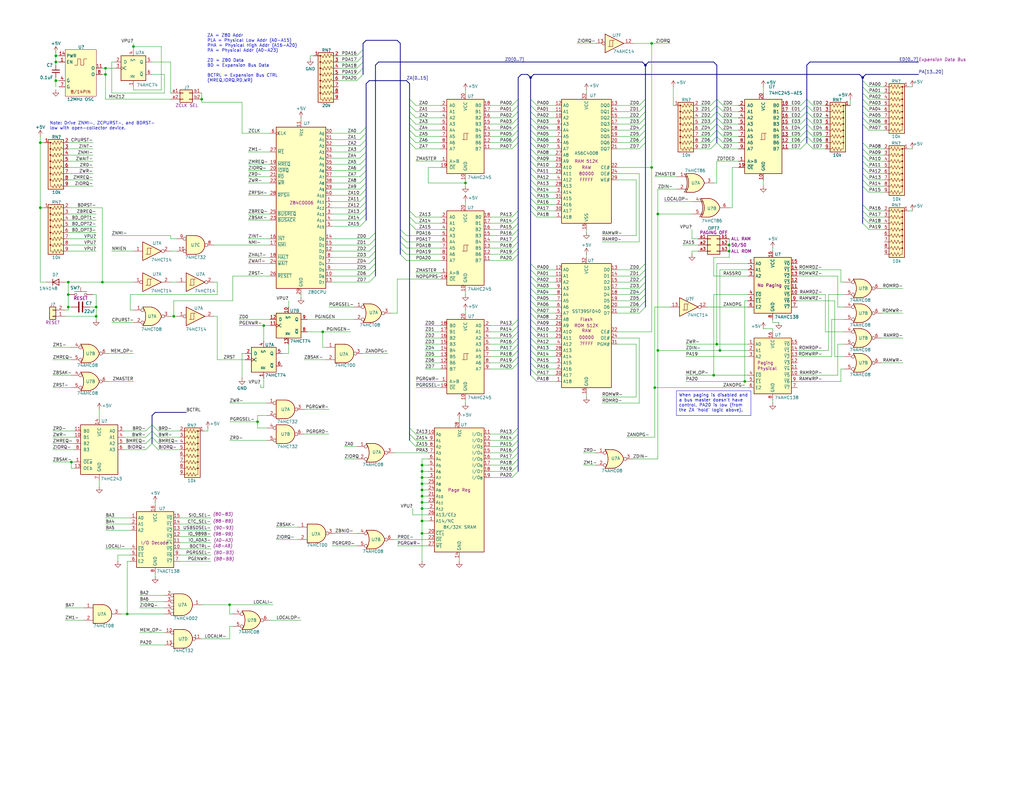
<source format=kicad_sch>
(kicad_sch (version 20250114) (generator "eeschema") (generator_version "9.0")
  (paper "User" 419.1 323.85)
  (title_block (title "Z80, Clk, Rst, Decode, Mem") (date "2025-10-09") (rev "PR5") (company "SilkyDESIGN") (comment 1 "Copyright 2025 AESilky & SMcCown"))
  (lib_symbols
    (symbol "4xxx:4002" (pin_names (offset 1.016))
      (property "Reference" "U" (at 0 1.27 0))
      (property "Value" "4002" (at 0 -1.27 0))
      (symbol "4002_1_1"
        (pin input line (at -7.62 3.81 0) (length 3.81) (name "~") (number "2"))
        (pin input line (at -7.62 1.27 0) (length 4.826) (name "~") (number "3"))
        (pin input line (at -7.62 -1.27 0) (length 4.826) (name "~") (number "4"))
        (pin input line (at -7.62 -3.81 0) (length 3.81) (name "~") (number "5"))
        (pin output inverted (at 7.62 0 180) (length 3.81) (name "~") (number "1"))
      )
      (symbol "4002_1_2"
        (pin input inverted (at -7.62 3.81 0) (length 3.81) (name "~") (number "2"))
        (pin input inverted (at -7.62 1.27 0) (length 3.81) (name "~") (number "3"))
        (pin input inverted (at -7.62 -1.27 0) (length 3.81) (name "~") (number "4"))
        (pin input inverted (at -7.62 -3.81 0) (length 3.81) (name "~") (number "5"))
        (pin output line (at 7.62 0 180) (length 3.81) (name "~") (number "1"))
      )
      (symbol "4002_2_1"
        (pin input line (at -7.62 3.81 0) (length 3.81) (name "~") (number "9"))
        (pin input line (at -7.62 1.27 0) (length 4.826) (name "~") (number "10"))
        (pin input line (at -7.62 -1.27 0) (length 4.826) (name "~") (number "11"))
        (pin input line (at -7.62 -3.81 0) (length 3.81) (name "~") (number "12"))
        (pin output inverted (at 7.62 0 180) (length 3.81) (name "~") (number "13"))
      )
      (symbol "4002_2_2"
        (pin input inverted (at -7.62 3.81 0) (length 3.81) (name "~") (number "9"))
        (pin input inverted (at -7.62 1.27 0) (length 3.81) (name "~") (number "10"))
        (pin input inverted (at -7.62 -1.27 0) (length 3.81) (name "~") (number "11"))
        (pin input inverted (at -7.62 -3.81 0) (length 3.81) (name "~") (number "12"))
        (pin output line (at 7.62 0 180) (length 3.81) (name "~") (number "13"))
      )
      (symbol "4002_3_0"
        (pin power_in line (at 0 12.7 270) (length 5.08) (name "VDD") (number "14"))
        (pin power_in line (at 0 -12.7 90) (length 5.08) (name "VSS") (number "7"))
      )
    )
    (symbol "74HC245-AES_1" (pin_names (offset 1.016))
      (property "Reference" "U" (at 1.524 16.51 0))
      (property "Value" "74HC245-AES" (at 7.112 -16.764 0))
      (symbol "74HC245-AES_1_1_0"
        (pin tri_state line (at -10.16 12.7 0) (length 2.54) (name "A0") (number "2"))
        (pin tri_state line (at -10.16 10.16 0) (length 2.54) (name "A1") (number "3"))
        (pin tri_state line (at -10.16 7.62 0) (length 2.54) (name "A2") (number "4"))
        (pin tri_state line (at -10.16 5.08 0) (length 2.54) (name "A3") (number "5"))
        (pin tri_state line (at -10.16 2.54 0) (length 2.54) (name "A4") (number "6"))
        (pin tri_state line (at -10.16 0 0) (length 2.54) (name "A5") (number "7"))
        (pin tri_state line (at -10.16 -2.54 0) (length 2.54) (name "A6") (number "8"))
        (pin tri_state line (at -10.16 -5.08 0) (length 2.54) (name "A7") (number "9"))
        (pin input line (at -10.16 -10.16 0) (length 2.54) (name "A>B") (number "1"))
        (pin input line (at -10.16 -12.7 0) (length 2.54) (name "~{OE}") (number "19"))
        (pin power_in line (at 0 17.78 270) (length 2.54) (name "VCC") (number "20"))
        (pin power_in line (at 0 -17.78 90) (length 2.54) (name "GND") (number "10"))
        (pin tri_state line (at 10.16 12.7 180) (length 2.54) (name "B0") (number "18"))
        (pin tri_state line (at 10.16 10.16 180) (length 2.54) (name "B1") (number "17"))
        (pin tri_state line (at 10.16 7.62 180) (length 2.54) (name "B2") (number "16"))
        (pin tri_state line (at 10.16 5.08 180) (length 2.54) (name "B3") (number "15"))
        (pin tri_state line (at 10.16 2.54 180) (length 2.54) (name "B4") (number "14"))
        (pin tri_state line (at 10.16 0 180) (length 2.54) (name "B5") (number "13"))
        (pin tri_state line (at 10.16 -2.54 180) (length 2.54) (name "B6") (number "12"))
        (pin tri_state line (at 10.16 -5.08 180) (length 2.54) (name "B7") (number "11"))
      )
    )
    (symbol "74xx:74HC00" (pin_names (offset 1.016))
      (property "Reference" "U" (at 0 1.27 0))
      (property "Value" "74HC00" (at 0 -1.27 0))
      (symbol "74HC00_1_1"
        (pin input line (at -7.62 2.54 0) (length 3.81) (name "~") (number "1"))
        (pin input line (at -7.62 -2.54 0) (length 3.81) (name "~") (number "2"))
        (pin output inverted (at 7.62 0 180) (length 3.81) (name "~") (number "3"))
      )
      (symbol "74HC00_1_2"
        (pin input inverted (at -7.62 2.54 0) (length 4.318) (name "~") (number "1"))
        (pin input inverted (at -7.62 -2.54 0) (length 4.318) (name "~") (number "2"))
        (pin output line (at 7.62 0 180) (length 3.81) (name "~") (number "3"))
      )
      (symbol "74HC00_2_1"
        (pin input line (at -7.62 2.54 0) (length 3.81) (name "~") (number "4"))
        (pin input line (at -7.62 -2.54 0) (length 3.81) (name "~") (number "5"))
        (pin output inverted (at 7.62 0 180) (length 3.81) (name "~") (number "6"))
      )
      (symbol "74HC00_2_2"
        (pin input inverted (at -7.62 2.54 0) (length 4.318) (name "~") (number "4"))
        (pin input inverted (at -7.62 -2.54 0) (length 4.318) (name "~") (number "5"))
        (pin output line (at 7.62 0 180) (length 3.81) (name "~") (number "6"))
      )
      (symbol "74HC00_3_1"
        (pin input line (at -7.62 2.54 0) (length 3.81) (name "~") (number "9"))
        (pin input line (at -7.62 -2.54 0) (length 3.81) (name "~") (number "10"))
        (pin output inverted (at 7.62 0 180) (length 3.81) (name "~") (number "8"))
      )
      (symbol "74HC00_3_2"
        (pin input inverted (at -7.62 2.54 0) (length 4.318) (name "~") (number "9"))
        (pin input inverted (at -7.62 -2.54 0) (length 4.318) (name "~") (number "10"))
        (pin output line (at 7.62 0 180) (length 3.81) (name "~") (number "8"))
      )
      (symbol "74HC00_4_1"
        (pin input line (at -7.62 2.54 0) (length 3.81) (name "~") (number "12"))
        (pin input line (at -7.62 -2.54 0) (length 3.81) (name "~") (number "13"))
        (pin output inverted (at 7.62 0 180) (length 3.81) (name "~") (number "11"))
      )
      (symbol "74HC00_4_2"
        (pin input inverted (at -7.62 2.54 0) (length 4.318) (name "~") (number "12"))
        (pin input inverted (at -7.62 -2.54 0) (length 4.318) (name "~") (number "13"))
        (pin output line (at 7.62 0 180) (length 3.81) (name "~") (number "11"))
      )
      (symbol "74HC00_5_0"
        (pin power_in line (at 0 12.7 270) (length 5.08) (name "VCC") (number "14"))
        (pin power_in line (at 0 -12.7 90) (length 5.08) (name "GND") (number "7"))
      )
    )
    (symbol "74xx:74HC138"
      (property "Reference" "U" (at -7.62 13.97 0))
      (property "Value" "74HC138" (at 2.54 -11.43 0))
      (symbol "74HC138_1_1"
        (pin input line (at -10.16 10.16 0) (length 2.54) (name "A0") (number "1"))
        (pin input line (at -10.16 7.62 0) (length 2.54) (name "A1") (number "2"))
        (pin input line (at -10.16 5.08 0) (length 2.54) (name "A2") (number "3"))
        (pin input line (at -10.16 -2.54 0) (length 2.54) (name "~{E0}") (number "4"))
        (pin input line (at -10.16 -5.08 0) (length 2.54) (name "~{E1}") (number "5"))
        (pin input line (at -10.16 -7.62 0) (length 2.54) (name "E2") (number "6"))
        (pin power_in line (at 0 15.24 270) (length 2.54) (name "VCC") (number "16"))
        (pin power_in line (at 0 -12.7 90) (length 2.54) (name "GND") (number "8"))
        (pin output line (at 10.16 10.16 180) (length 2.54) (name "~{Y0}") (number "15"))
        (pin output line (at 10.16 7.62 180) (length 2.54) (name "~{Y1}") (number "14"))
        (pin output line (at 10.16 5.08 180) (length 2.54) (name "~{Y2}") (number "13"))
        (pin output line (at 10.16 2.54 180) (length 2.54) (name "~{Y3}") (number "12"))
        (pin output line (at 10.16 0 180) (length 2.54) (name "~{Y4}") (number "11"))
        (pin output line (at 10.16 -2.54 180) (length 2.54) (name "~{Y5}") (number "10"))
        (pin output line (at 10.16 -5.08 180) (length 2.54) (name "~{Y6}") (number "9"))
        (pin output line (at 10.16 -7.62 180) (length 2.54) (name "~{Y7}") (number "7"))
      )
    )
    (symbol "74xx:74HC74" (pin_names (offset 1.016))
      (property "Reference" "U" (at -7.62 8.89 0))
      (property "Value" "74HC74" (at -7.62 -8.89 0))
      (symbol "74HC74_1_0"
        (pin input line (at -7.62 2.54 0) (length 2.54) (name "D") (number "2"))
        (pin input clock (at -7.62 0 0) (length 2.54) (name "C") (number "3"))
        (pin input line (at 0 7.62 270) (length 2.54) (name "~{S}") (number "4"))
        (pin input line (at 0 -7.62 90) (length 2.54) (name "~{R}") (number "1"))
        (pin output line (at 7.62 2.54 180) (length 2.54) (name "Q") (number "5"))
        (pin output line (at 7.62 -2.54 180) (length 2.54) (name "~{Q}") (number "6"))
      )
      (symbol "74HC74_2_0"
        (pin input line (at -7.62 2.54 0) (length 2.54) (name "D") (number "12"))
        (pin input clock (at -7.62 0 0) (length 2.54) (name "C") (number "11"))
        (pin input line (at 0 7.62 270) (length 2.54) (name "~{S}") (number "10"))
        (pin input line (at 0 -7.62 90) (length 2.54) (name "~{R}") (number "13"))
        (pin output line (at 7.62 2.54 180) (length 2.54) (name "Q") (number "9"))
        (pin output line (at 7.62 -2.54 180) (length 2.54) (name "~{Q}") (number "8"))
      )
      (symbol "74HC74_3_0"
        (pin power_in line (at 0 10.16 270) (length 2.54) (name "VCC") (number "14"))
        (pin power_in line (at 0 -10.16 90) (length 2.54) (name "GND") (number "7"))
      )
    )
    (symbol "74xx:74LS08" (pin_names (offset 1.016))
      (property "Reference" "U" (at 0 1.27 0))
      (property "Value" "74LS08" (at 0 -1.27 0))
      (symbol "74LS08_1_1"
        (pin input line (at -7.62 2.54 0) (length 3.81) (name "~") (number "1"))
        (pin input line (at -7.62 -2.54 0) (length 3.81) (name "~") (number "2"))
        (pin output line (at 7.62 0 180) (length 3.81) (name "~") (number "3"))
      )
      (symbol "74LS08_1_2"
        (pin input inverted (at -7.62 2.54 0) (length 4.318) (name "~") (number "1"))
        (pin input inverted (at -7.62 -2.54 0) (length 4.318) (name "~") (number "2"))
        (pin output inverted (at 7.62 0 180) (length 3.81) (name "~") (number "3"))
      )
      (symbol "74LS08_2_1"
        (pin input line (at -7.62 2.54 0) (length 3.81) (name "~") (number "4"))
        (pin input line (at -7.62 -2.54 0) (length 3.81) (name "~") (number "5"))
        (pin output line (at 7.62 0 180) (length 3.81) (name "~") (number "6"))
      )
      (symbol "74LS08_2_2"
        (pin input inverted (at -7.62 2.54 0) (length 4.318) (name "~") (number "4"))
        (pin input inverted (at -7.62 -2.54 0) (length 4.318) (name "~") (number "5"))
        (pin output inverted (at 7.62 0 180) (length 3.81) (name "~") (number "6"))
      )
      (symbol "74LS08_3_1"
        (pin input line (at -7.62 2.54 0) (length 3.81) (name "~") (number "9"))
        (pin input line (at -7.62 -2.54 0) (length 3.81) (name "~") (number "10"))
        (pin output line (at 7.62 0 180) (length 3.81) (name "~") (number "8"))
      )
      (symbol "74LS08_3_2"
        (pin input inverted (at -7.62 2.54 0) (length 4.318) (name "~") (number "9"))
        (pin input inverted (at -7.62 -2.54 0) (length 4.318) (name "~") (number "10"))
        (pin output inverted (at 7.62 0 180) (length 3.81) (name "~") (number "8"))
      )
      (symbol "74LS08_4_1"
        (pin input line (at -7.62 2.54 0) (length 3.81) (name "~") (number "12"))
        (pin input line (at -7.62 -2.54 0) (length 3.81) (name "~") (number "13"))
        (pin output line (at 7.62 0 180) (length 3.81) (name "~") (number "11"))
      )
      (symbol "74LS08_4_2"
        (pin input inverted (at -7.62 2.54 0) (length 4.318) (name "~") (number "12"))
        (pin input inverted (at -7.62 -2.54 0) (length 4.318) (name "~") (number "13"))
        (pin output inverted (at 7.62 0 180) (length 3.81) (name "~") (number "11"))
      )
      (symbol "74LS08_5_0"
        (pin power_in line (at 0 12.7 270) (length 5.08) (name "VCC") (number "14"))
        (pin power_in line (at 0 -12.7 90) (length 5.08) (name "GND") (number "7"))
      )
    )
    (symbol "74xx:74LS32" (pin_names (offset 1.016))
      (property "Reference" "U" (at 0 1.27 0))
      (property "Value" "74LS32" (at 0 -1.27 0))
      (symbol "74LS32_1_1"
        (pin input line (at -7.62 2.54 0) (length 4.318) (name "~") (number "1"))
        (pin input line (at -7.62 -2.54 0) (length 4.318) (name "~") (number "2"))
        (pin output line (at 7.62 0 180) (length 3.81) (name "~") (number "3"))
      )
      (symbol "74LS32_1_2"
        (pin input inverted (at -7.62 2.54 0) (length 3.81) (name "~") (number "1"))
        (pin input inverted (at -7.62 -2.54 0) (length 3.81) (name "~") (number "2"))
        (pin output inverted (at 7.62 0 180) (length 3.81) (name "~") (number "3"))
      )
      (symbol "74LS32_2_1"
        (pin input line (at -7.62 2.54 0) (length 4.318) (name "~") (number "4"))
        (pin input line (at -7.62 -2.54 0) (length 4.318) (name "~") (number "5"))
        (pin output line (at 7.62 0 180) (length 3.81) (name "~") (number "6"))
      )
      (symbol "74LS32_2_2"
        (pin input inverted (at -7.62 2.54 0) (length 3.81) (name "~") (number "4"))
        (pin input inverted (at -7.62 -2.54 0) (length 3.81) (name "~") (number "5"))
        (pin output inverted (at 7.62 0 180) (length 3.81) (name "~") (number "6"))
      )
      (symbol "74LS32_3_1"
        (pin input line (at -7.62 2.54 0) (length 4.318) (name "~") (number "9"))
        (pin input line (at -7.62 -2.54 0) (length 4.318) (name "~") (number "10"))
        (pin output line (at 7.62 0 180) (length 3.81) (name "~") (number "8"))
      )
      (symbol "74LS32_3_2"
        (pin input inverted (at -7.62 2.54 0) (length 3.81) (name "~") (number "9"))
        (pin input inverted (at -7.62 -2.54 0) (length 3.81) (name "~") (number "10"))
        (pin output inverted (at 7.62 0 180) (length 3.81) (name "~") (number "8"))
      )
      (symbol "74LS32_4_1"
        (pin input line (at -7.62 2.54 0) (length 4.318) (name "~") (number "12"))
        (pin input line (at -7.62 -2.54 0) (length 4.318) (name "~") (number "13"))
        (pin output line (at 7.62 0 180) (length 3.81) (name "~") (number "11"))
      )
      (symbol "74LS32_4_2"
        (pin input inverted (at -7.62 2.54 0) (length 3.81) (name "~") (number "12"))
        (pin input inverted (at -7.62 -2.54 0) (length 3.81) (name "~") (number "13"))
        (pin output inverted (at 7.62 0 180) (length 3.81) (name "~") (number "11"))
      )
      (symbol "74LS32_5_0"
        (pin power_in line (at 0 12.7 270) (length 5.08) (name "VCC") (number "14"))
        (pin power_in line (at 0 -12.7 90) (length 5.08) (name "GND") (number "7"))
      )
    )
    (symbol "74xx:74LS86" (pin_names (offset 1.016))
      (property "Reference" "U" (at 0 1.27 0))
      (property "Value" "74LS86" (at 0 -1.27 0))
      (symbol "74LS86_1_0"
        (pin input line (at -7.62 2.54 0) (length 4.445) (name "~") (number "1"))
        (pin input line (at -7.62 -2.54 0) (length 4.445) (name "~") (number "2"))
        (pin output line (at 7.62 0 180) (length 3.81) (name "~") (number "3"))
      )
      (symbol "74LS86_2_0"
        (pin input line (at -7.62 2.54 0) (length 4.445) (name "~") (number "4"))
        (pin input line (at -7.62 -2.54 0) (length 4.445) (name "~") (number "5"))
        (pin output line (at 7.62 0 180) (length 3.81) (name "~") (number "6"))
      )
      (symbol "74LS86_3_0"
        (pin input line (at -7.62 2.54 0) (length 4.445) (name "~") (number "9"))
        (pin input line (at -7.62 -2.54 0) (length 4.445) (name "~") (number "10"))
        (pin output line (at 7.62 0 180) (length 3.81) (name "~") (number "8"))
      )
      (symbol "74LS86_4_0"
        (pin input line (at -7.62 2.54 0) (length 4.445) (name "~") (number "12"))
        (pin input line (at -7.62 -2.54 0) (length 4.445) (name "~") (number "13"))
        (pin output line (at 7.62 0 180) (length 3.81) (name "~") (number "11"))
      )
      (symbol "74LS86_5_0"
        (pin power_in line (at 0 12.7 270) (length 5.08) (name "VCC") (number "14"))
        (pin power_in line (at 0 -12.7 90) (length 5.08) (name "GND") (number "7"))
      )
    )
    (symbol "AES_Library:74HC14-AES" (pin_names (offset 1.016) (hide yes))
      (property "Reference" "U" (at 0 1.27 0))
      (property "Value" "74HC14-AES" (at 0 -1.27 0))
      (symbol "74HC14-AES_1_1"
        (pin input line (at -7.62 0 0) (length 3.81) (name "~") (number "1"))
        (pin output inverted (at 7.62 0 180) (length 3.81) (name "~") (number "2"))
      )
      (symbol "74HC14-AES_1_2"
        (pin input inverted (at -7.62 0 0) (length 3.81) (name "~") (number "1"))
        (pin output line (at 7.62 0 180) (length 3.81) (name "~") (number "2"))
      )
      (symbol "74HC14-AES_2_1"
        (pin input line (at -7.62 0 0) (length 3.81) (name "~") (number "3"))
        (pin output inverted (at 7.62 0 180) (length 3.81) (name "~") (number "4"))
      )
      (symbol "74HC14-AES_2_2"
        (pin input inverted (at -7.62 0 0) (length 3.81) (name "~") (number "3"))
        (pin output line (at 7.62 0 180) (length 3.81) (name "~") (number "4"))
      )
      (symbol "74HC14-AES_3_1"
        (pin input line (at -7.62 0 0) (length 3.81) (name "~") (number "5"))
        (pin output inverted (at 7.62 0 180) (length 3.81) (name "~") (number "6"))
      )
      (symbol "74HC14-AES_3_2"
        (pin input inverted (at -7.62 0 0) (length 3.81) (name "~") (number "5"))
        (pin output line (at 7.62 0 180) (length 3.81) (name "~") (number "6"))
      )
      (symbol "74HC14-AES_4_1"
        (pin input line (at -7.62 0 0) (length 3.81) (name "~") (number "9"))
        (pin output inverted (at 7.62 0 180) (length 3.81) (name "~") (number "8"))
      )
      (symbol "74HC14-AES_4_2"
        (pin input inverted (at -7.62 0 0) (length 3.81) (name "~") (number "9"))
        (pin output line (at 7.62 0 180) (length 3.81) (name "~") (number "8"))
      )
      (symbol "74HC14-AES_5_1"
        (pin input line (at -7.62 0 0) (length 3.81) (name "~") (number "11"))
        (pin output inverted (at 7.62 0 180) (length 3.81) (name "~") (number "10"))
      )
      (symbol "74HC14-AES_5_2"
        (pin input inverted (at -7.62 0 0) (length 3.81) (name "~") (number "11"))
        (pin output line (at 7.62 0 180) (length 3.81) (name "~") (number "10"))
      )
      (symbol "74HC14-AES_6_1"
        (pin input line (at -7.62 0 0) (length 3.81) (name "~") (number "13"))
        (pin output inverted (at 7.62 0 180) (length 3.81) (name "~") (number "12"))
      )
      (symbol "74HC14-AES_6_2"
        (pin input inverted (at -7.62 0 0) (length 3.81) (name "~") (number "13"))
        (pin output line (at 7.62 0 180) (length 3.81) (name "~") (number "12"))
      )
      (symbol "74HC14-AES_7_0"
        (pin power_in line (at 0 12.7 270) (length 5.08) (name "VCC") (number "14"))
        (pin power_in line (at 0 -12.7 90) (length 5.08) (name "GND") (number "7"))
      )
    )
    (symbol "AES_Library:74HC243_BA-AES" (pin_names (offset 1.016))
      (property "Reference" "U" (at 0.508 11.176 0))
      (property "Value" "74HC243_BA-AES" (at 0.508 -11.43 0))
      (symbol "74HC243_BA-AES_1_0"
        (pin tri_state line (at -10.16 7.62 0) (length 2.54) (name "B0") (number "11"))
        (pin tri_state line (at -10.16 5.08 0) (length 2.54) (name "B1") (number "10"))
        (pin tri_state line (at -10.16 2.54 0) (length 2.54) (name "B2") (number "9"))
        (pin tri_state line (at -10.16 0 0) (length 2.54) (name "B3") (number "8"))
        (pin input line (at -10.16 -5.08 0) (length 2.54) (name "~{OEa}") (number "1"))
        (pin input line (at -10.16 -7.62 0) (length 2.54) (name "OEb") (number "13"))
        (pin power_in line (at 0 12.7 270) (length 2.54) (name "VCC") (number "14"))
        (pin power_in line (at 0 -12.7 90) (length 2.54) (name "GND") (number "7"))
        (pin input line (at 10.16 7.62 180) (length 2.54) (name "A0") (number "3"))
        (pin input line (at 10.16 5.08 180) (length 2.54) (name "A1") (number "4"))
        (pin input line (at 10.16 2.54 180) (length 2.54) (name "A2") (number "5"))
        (pin input line (at 10.16 0 180) (length 2.54) (name "A3") (number "6"))
      )
    )
    (symbol "AES_Library:74HC245-AES" (pin_names (offset 1.016))
      (property "Reference" "U" (at 1.524 16.51 0))
      (property "Value" "74HC245-AES" (at 7.112 -16.764 0))
      (symbol "74HC245-AES_1_0"
        (pin tri_state line (at -10.16 12.7 0) (length 2.54) (name "A0") (number "2"))
        (pin tri_state line (at -10.16 10.16 0) (length 2.54) (name "A1") (number "3"))
        (pin tri_state line (at -10.16 7.62 0) (length 2.54) (name "A2") (number "4"))
        (pin tri_state line (at -10.16 5.08 0) (length 2.54) (name "A3") (number "5"))
        (pin tri_state line (at -10.16 2.54 0) (length 2.54) (name "A4") (number "6"))
        (pin tri_state line (at -10.16 0 0) (length 2.54) (name "A5") (number "7"))
        (pin tri_state line (at -10.16 -2.54 0) (length 2.54) (name "A6") (number "8"))
        (pin tri_state line (at -10.16 -5.08 0) (length 2.54) (name "A7") (number "9"))
        (pin input line (at -10.16 -10.16 0) (length 2.54) (name "A>B") (number "1"))
        (pin input line (at -10.16 -12.7 0) (length 2.54) (name "~{OE}") (number "19"))
        (pin power_in line (at 0 17.78 270) (length 2.54) (name "VCC") (number "20"))
        (pin power_in line (at 0 -17.78 90) (length 2.54) (name "GND") (number "10"))
        (pin tri_state line (at 10.16 12.7 180) (length 2.54) (name "B0") (number "18"))
        (pin tri_state line (at 10.16 10.16 180) (length 2.54) (name "B1") (number "17"))
        (pin tri_state line (at 10.16 7.62 180) (length 2.54) (name "B2") (number "16"))
        (pin tri_state line (at 10.16 5.08 180) (length 2.54) (name "B3") (number "15"))
        (pin tri_state line (at 10.16 2.54 180) (length 2.54) (name "B4") (number "14"))
        (pin tri_state line (at 10.16 0 180) (length 2.54) (name "B5") (number "13"))
        (pin tri_state line (at 10.16 -2.54 180) (length 2.54) (name "B6") (number "12"))
        (pin tri_state line (at 10.16 -5.08 180) (length 2.54) (name "B7") (number "11"))
      )
    )
    (symbol "AES_Library:74HC245_BA-AES" (pin_names (offset 1.016))
      (property "Reference" "U" (at 1.524 16.51 0))
      (property "Value" "74HC245_BA-AES" (at 8.636 -16.51 0))
      (symbol "74HC245_BA-AES_1_0"
        (pin tri_state line (at -10.16 12.7 0) (length 2.54) (name "B0") (number "18"))
        (pin tri_state line (at -10.16 10.16 0) (length 2.54) (name "B1") (number "17"))
        (pin tri_state line (at -10.16 7.62 0) (length 2.54) (name "B2") (number "16"))
        (pin tri_state line (at -10.16 5.08 0) (length 2.54) (name "B3") (number "15"))
        (pin tri_state line (at -10.16 2.54 0) (length 2.54) (name "B4") (number "14"))
        (pin tri_state line (at -10.16 0 0) (length 2.54) (name "B5") (number "13"))
        (pin tri_state line (at -10.16 -2.54 0) (length 2.54) (name "B6") (number "12"))
        (pin tri_state line (at -10.16 -5.08 0) (length 2.54) (name "B7") (number "11"))
        (pin input line (at -10.16 -10.16 0) (length 2.54) (name "A>B") (number "1"))
        (pin input line (at -10.16 -12.7 0) (length 2.54) (name "~{OE}") (number "19"))
        (pin power_in line (at 0 17.78 270) (length 2.54) (name "VCC") (number "20"))
        (pin power_in line (at 0 -17.78 90) (length 2.54) (name "GND") (number "10"))
        (pin tri_state line (at 10.16 12.7 180) (length 2.54) (name "A0") (number "2"))
        (pin tri_state line (at 10.16 10.16 180) (length 2.54) (name "A1") (number "3"))
        (pin tri_state line (at 10.16 7.62 180) (length 2.54) (name "A2") (number "4"))
        (pin tri_state line (at 10.16 5.08 180) (length 2.54) (name "A3") (number "5"))
        (pin tri_state line (at 10.16 2.54 180) (length 2.54) (name "A4") (number "6"))
        (pin tri_state line (at 10.16 0 180) (length 2.54) (name "A5") (number "7"))
        (pin tri_state line (at 10.16 -2.54 180) (length 2.54) (name "A6") (number "8"))
        (pin tri_state line (at 10.16 -5.08 180) (length 2.54) (name "A7") (number "9"))
      )
    )
    (symbol "AES_Library:Flash-SST39SF0n0-AES"
      (property "Reference" "U" (at 1.016 34.29 0))
      (property "Value" "Flash-SST39SF0n0-AES" (at 0.762 -19.05 0))
      (symbol "Flash-SST39SF0n0-AES_0_0"
        (pin power_in line (at 0 35.56 270) (length 2.54) (name "VCC") (number "32"))
        (pin power_in line (at 0 -20.32 90) (length 2.54) (name "GND") (number "16"))
      )
      (symbol "Flash-SST39SF0n0-AES_1_1"
        (pin input line (at -12.7 30.48 0) (length 2.54) (name "A0") (number "12"))
        (pin input line (at -12.7 27.94 0) (length 2.54) (name "A1") (number "11"))
        (pin input line (at -12.7 25.4 0) (length 2.54) (name "A2") (number "10"))
        (pin input line (at -12.7 22.86 0) (length 2.54) (name "A3") (number "9"))
        (pin input line (at -12.7 20.32 0) (length 2.54) (name "A4") (number "8"))
        (pin input line (at -12.7 17.78 0) (length 2.54) (name "A5") (number "7"))
        (pin input line (at -12.7 15.24 0) (length 2.54) (name "A6") (number "6"))
        (pin input line (at -12.7 12.7 0) (length 2.54) (name "A7") (number "5"))
        (pin input line (at -12.7 10.16 0) (length 2.54) (name "A8") (number "27"))
        (pin input line (at -12.7 7.62 0) (length 2.54) (name "A9") (number "26"))
        (pin input line (at -12.7 5.08 0) (length 2.54) (name "A10") (number "23"))
        (pin input line (at -12.7 2.54 0) (length 2.54) (name "A11") (number "25"))
        (pin input line (at -12.7 0 0) (length 2.54) (name "A12") (number "4"))
        (pin input line (at -12.7 -2.54 0) (length 2.54) (name "A13") (number "28"))
        (pin input line (at -12.7 -5.08 0) (length 2.54) (name "A14") (number "29"))
        (pin input line (at -12.7 -7.62 0) (length 2.54) (name "A15") (number "3"))
        (pin input line (at -12.7 -10.16 0) (length 2.54) (name "A16") (number "2"))
        (pin input line (at -12.7 -12.7 0) (length 2.54) (name "A17") (number "30"))
        (pin input line (at -12.7 -15.24 0) (length 2.54) (name "A18") (number "1"))
        (pin tri_state line (at 12.7 30.48 180) (length 2.54) (name "D0") (number "13"))
        (pin tri_state line (at 12.7 27.94 180) (length 2.54) (name "D1") (number "14"))
        (pin tri_state line (at 12.7 25.4 180) (length 2.54) (name "D2") (number "15"))
        (pin tri_state line (at 12.7 22.86 180) (length 2.54) (name "D3") (number "17"))
        (pin tri_state line (at 12.7 20.32 180) (length 2.54) (name "D4") (number "18"))
        (pin tri_state line (at 12.7 17.78 180) (length 2.54) (name "D5") (number "19"))
        (pin tri_state line (at 12.7 15.24 180) (length 2.54) (name "D6") (number "20"))
        (pin tri_state line (at 12.7 12.7 180) (length 2.54) (name "D7") (number "21"))
        (pin input line (at 12.7 5.08 180) (length 2.54) (name "CE#") (number "22"))
        (pin input line (at 12.7 2.54 180) (length 2.54) (name "OE#") (number "24"))
        (pin input line (at 12.7 0 180) (length 2.54) (name "PGM#") (number "31"))
      )
    )
    (symbol "AES_Library:OSC-8_14CAN-AES"
      (property "Reference" "U" (at 0 7.112 0))
      (symbol "OSC-8_14CAN-AES_1_1"
        (text "8/14PIN" (at 0 -8.382 0) (effects (font (size 1.27 1.27))))
        (pin power_in line (at -8.89 6.35 0) (length 2.54) (name "PWR") (number "14"))
        (pin input line (at -8.89 3.81 0) (length 2.54) (name "EN") (number "1"))
        (pin power_in line (at -8.89 -3.81 0) (length 2.54) (name "G") (number "4"))
        (pin power_in line (at -8.89 -6.35 0) (length 2.54) (name "G") (number "7"))
        (pin output line (at 8.89 1.27 180) (length 2.54) (name "O") (number "11"))
        (pin output line (at 8.89 -1.27 180) (length 2.54) (name "O") (number "8"))
      )
    )
    (symbol "AES_Library:SRAM-Cache-8K32K-A-EAS"
      (property "Reference" "U" (at -10.16 26.035 0))
      (property "Value" "CacheRAM-8K32K-EAS" (at 2.54 26.035 0))
      (symbol "SRAM-Cache-8K32K-A-EAS_0_0"
        (pin power_in line (at 0 -27.94 90) (length 2.54) (name "GND") (number "14"))
      )
      (symbol "SRAM-Cache-8K32K-A-EAS_1_0"
        (pin power_in line (at 0 27.94 270) (length 2.54) (name "V_{CC}") (number "28"))
      )
      (symbol "SRAM-Cache-8K32K-A-EAS_1_1"
        (pin input line (at -12.7 22.86 0) (length 2.54) (name "A_{0}") (number "10"))
        (pin input line (at -12.7 20.32 0) (length 2.54) (name "A_{1}") (number "9"))
        (pin input line (at -12.7 17.78 0) (length 2.54) (name "A_{2}") (number "8"))
        (pin input line (at -12.7 15.24 0) (length 2.54) (name "A_{3}") (number "7"))
        (pin input line (at -12.7 12.7 0) (length 2.54) (name "A_{4}") (number "6"))
        (pin input line (at -12.7 10.16 0) (length 2.54) (name "A_{5}") (number "5"))
        (pin input line (at -12.7 7.62 0) (length 2.54) (name "A_{6}") (number "4"))
        (pin input line (at -12.7 5.08 0) (length 2.54) (name "A_{7}") (number "3"))
        (pin input line (at -12.7 2.54 0) (length 2.54) (name "A_{8}") (number "25"))
        (pin input line (at -12.7 0 0) (length 2.54) (name "A_{9}") (number "24"))
        (pin input line (at -12.7 -2.54 0) (length 2.54) (name "A_{10}") (number "21"))
        (pin input line (at -12.7 -5.08 0) (length 2.54) (name "A_{11}") (number "23"))
        (pin input line (at -12.7 -7.62 0) (length 2.54) (name "A_{12}") (number "2"))
        (pin input line (at -12.7 -10.16 0) (length 2.54) (name "A13/CE_{2}") (number "26"))
        (pin input line (at -12.7 -12.7 0) (length 2.54) (name "A14/NC") (number "1"))
        (pin input line (at -12.7 -17.78 0) (length 2.54) (name "~{CE_{1}}") (number "20"))
        (pin input line (at -12.7 -20.32 0) (length 2.54) (name "~{OE}") (number "22"))
        (pin input line (at -12.7 -22.86 0) (length 2.54) (name "~{WE}") (number "27"))
        (pin tri_state line (at 12.7 22.86 180) (length 2.54) (name "I/O_{1}") (number "11"))
        (pin tri_state line (at 12.7 20.32 180) (length 2.54) (name "I/O_{2}") (number "12"))
        (pin tri_state line (at 12.7 17.78 180) (length 2.54) (name "I/O_{3}") (number "13"))
        (pin tri_state line (at 12.7 15.24 180) (length 2.54) (name "I/O_{4}") (number "15"))
        (pin tri_state line (at 12.7 12.7 180) (length 2.54) (name "I/O_{5}") (number "16"))
        (pin tri_state line (at 12.7 10.16 180) (length 2.54) (name "I/O_{6}") (number "17"))
        (pin tri_state line (at 12.7 7.62 180) (length 2.54) (name "I/O_{7}") (number "18"))
        (pin tri_state line (at 12.7 5.08 180) (length 2.54) (name "I/O_{8}") (number "19"))
      )
    )
    (symbol "CPU:Z84C00xxP"
      (property "Reference" "U" (at -9.652 34.798 0))
      (property "Value" "Z84C00xxP" (at 3.81 34.798 0))
      (symbol "Z84C00xxP_1_1"
        (pin input clock (at -12.7 30.48 0) (length 2.54) (name "CLK") (number "6"))
        (pin output line (at -12.7 22.86 0) (length 2.54) (name "~{M1}") (number "27"))
        (pin tri_state line (at -12.7 17.78 0) (length 2.54) (name "~{MREQ}") (number "19"))
        (pin tri_state line (at -12.7 15.24 0) (length 2.54) (name "~{IORQ}") (number "20"))
        (pin tri_state line (at -12.7 12.7 0) (length 2.54) (name "~{RD}") (number "21"))
        (pin tri_state line (at -12.7 10.16 0) (length 2.54) (name "~{WR}") (number "22"))
        (pin output line (at -12.7 5.08 0) (length 2.54) (name "~{RFSH}") (number "28"))
        (pin input line (at -12.7 -2.54 0) (length 2.54) (name "~{BUSREQ}") (number "25"))
        (pin output line (at -12.7 -5.08 0) (length 2.54) (name "~{BUSACK}") (number "23"))
        (pin input line (at -12.7 -12.7 0) (length 2.54) (name "~{INT}") (number "16"))
        (pin input line (at -12.7 -15.24 0) (length 2.54) (name "~{NMI}") (number "17"))
        (pin output line (at -12.7 -20.32 0) (length 2.54) (name "~{HALT}") (number "18"))
        (pin input line (at -12.7 -22.86 0) (length 2.54) (name "~{WAIT}") (number "24"))
        (pin input line (at -12.7 -27.94 0) (length 2.54) (name "~{RESET}") (number "26"))
        (pin power_in line (at 0 35.56 270) (length 2.54) (name "V_{CC}") (number "11"))
        (pin power_in line (at 0 -35.56 90) (length 2.54) (name "GND") (number "29"))
        (pin tri_state line (at 12.7 30.48 180) (length 2.54) (name "A_{0}") (number "30"))
        (pin tri_state line (at 12.7 27.94 180) (length 2.54) (name "A_{1}") (number "31"))
        (pin tri_state line (at 12.7 25.4 180) (length 2.54) (name "A_{2}") (number "32"))
        (pin tri_state line (at 12.7 22.86 180) (length 2.54) (name "A_{3}") (number "33"))
        (pin tri_state line (at 12.7 20.32 180) (length 2.54) (name "A_{4}") (number "34"))
        (pin tri_state line (at 12.7 17.78 180) (length 2.54) (name "A_{5}") (number "35"))
        (pin tri_state line (at 12.7 15.24 180) (length 2.54) (name "A_{6}") (number "36"))
        (pin tri_state line (at 12.7 12.7 180) (length 2.54) (name "A_{7}") (number "37"))
        (pin tri_state line (at 12.7 10.16 180) (length 2.54) (name "A_{8}") (number "38"))
        (pin tri_state line (at 12.7 7.62 180) (length 2.54) (name "A_{9}") (number "39"))
        (pin tri_state line (at 12.7 5.08 180) (length 2.54) (name "A_{10}") (number "40"))
        (pin tri_state line (at 12.7 2.54 180) (length 2.54) (name "A_{11}") (number "1"))
        (pin tri_state line (at 12.7 0 180) (length 2.54) (name "A_{12}") (number "2"))
        (pin tri_state line (at 12.7 -2.54 180) (length 2.54) (name "A_{13}") (number "3"))
        (pin tri_state line (at 12.7 -5.08 180) (length 2.54) (name "A_{14}") (number "4"))
        (pin tri_state line (at 12.7 -7.62 180) (length 2.54) (name "A_{15}") (number "5"))
        (pin bidirectional line (at 12.7 -12.7 180) (length 2.54) (name "D_{0}") (number "14"))
        (pin bidirectional line (at 12.7 -15.24 180) (length 2.54) (name "D_{1}") (number "15"))
        (pin bidirectional line (at 12.7 -17.78 180) (length 2.54) (name "D_{2}") (number "12"))
        (pin bidirectional line (at 12.7 -20.32 180) (length 2.54) (name "D_{3}") (number "8"))
        (pin bidirectional line (at 12.7 -22.86 180) (length 2.54) (name "D_{4}") (number "7"))
        (pin bidirectional line (at 12.7 -25.4 180) (length 2.54) (name "D_{5}") (number "9"))
        (pin bidirectional line (at 12.7 -27.94 180) (length 2.54) (name "D_{6}") (number "10"))
        (pin bidirectional line (at 12.7 -30.48 180) (length 2.54) (name "D_{7}") (number "13"))
      )
    )
    (symbol "Connector_Generic:Conn_01x02" (pin_names (offset 1.016) (hide yes))
      (property "Reference" "J" (at 0 2.54 0))
      (property "Value" "Conn_01x02" (at 0 -5.08 0))
      (symbol "Conn_01x02_1_1"
        (pin passive line (at -5.08 0 0) (length 3.81) (name "Pin_1") (number "1"))
        (pin passive line (at -5.08 -2.54 0) (length 3.81) (name "Pin_2") (number "2"))
      )
    )
    (symbol "Connector_Generic:Conn_02x02_Row_Letter_First" (pin_names (offset 1.016) (hide yes))
      (property "Reference" "J" (at 1.27 2.54 0))
      (property "Value" "Conn_02x02_Row_Letter_First" (at 1.27 -5.08 0))
      (symbol "Conn_02x02_Row_Letter_First_1_1"
        (pin passive line (at -5.08 0 0) (length 3.81) (name "Pin_a1") (number "a1"))
        (pin passive line (at -5.08 -2.54 0) (length 3.81) (name "Pin_a2") (number "a2"))
        (pin passive line (at 7.62 0 180) (length 3.81) (name "Pin_b1") (number "b1"))
        (pin passive line (at 7.62 -2.54 180) (length 3.81) (name "Pin_b2") (number "b2"))
      )
    )
    (symbol "Connector_Generic:Conn_02x03_Row_Letter_First" (pin_names (offset 1.016) (hide yes))
      (property "Reference" "J" (at 1.27 5.08 0))
      (property "Value" "Conn_02x03_Row_Letter_First" (at 1.27 -5.08 0))
      (symbol "Conn_02x03_Row_Letter_First_1_1"
        (pin passive line (at -5.08 2.54 0) (length 3.81) (name "Pin_a1") (number "a1"))
        (pin passive line (at -5.08 0 0) (length 3.81) (name "Pin_a2") (number "a2"))
        (pin passive line (at -5.08 -2.54 0) (length 3.81) (name "Pin_a3") (number "a3"))
        (pin passive line (at 7.62 2.54 180) (length 3.81) (name "Pin_b1") (number "b1"))
        (pin passive line (at 7.62 0 180) (length 3.81) (name "Pin_b2") (number "b2"))
        (pin passive line (at 7.62 -2.54 180) (length 3.81) (name "Pin_b3") (number "b3"))
      )
    )
    (symbol "Device:C" (pin_numbers (hide yes)) (pin_names (offset 0.254))
      (property "Reference" "C" (at 0.635 2.54 0))
      (property "Value" "C" (at 0.635 -2.54 0))
      (symbol "C_1_1"
        (pin passive line (at 0 3.81 270) (length 2.794) (name "~") (number "1"))
        (pin passive line (at 0 -3.81 90) (length 2.794) (name "~") (number "2"))
      )
    )
    (symbol "Device:C_Small" (pin_numbers (hide yes)) (pin_names (offset 0.254) (hide yes))
      (property "Reference" "C" (at 0.254 1.778 0))
      (property "Value" "C_Small" (at 0.254 -2.032 0))
      (symbol "C_Small_1_1"
        (pin passive line (at 0 2.54 270) (length 2.032) (name "~") (number "1"))
        (pin passive line (at 0 -2.54 90) (length 2.032) (name "~") (number "2"))
      )
    )
    (symbol "Device:R_Network08_US" (pin_names (offset 0) (hide yes))
      (property "Reference" "RN" (at -12.7 0 90))
      (property "Value" "R_Network08_US" (at 10.16 0 90))
      (symbol "R_Network08_US_1_1"
        (pin passive line (at -10.16 5.08 270) (length 2.54) (name "common") (number "1"))
        (pin passive line (at -10.16 -5.08 90) (length 1.27) (name "R1") (number "2"))
        (pin passive line (at -7.62 -5.08 90) (length 1.27) (name "R2") (number "3"))
        (pin passive line (at -5.08 -5.08 90) (length 1.27) (name "R3") (number "4"))
        (pin passive line (at -2.54 -5.08 90) (length 1.27) (name "R4") (number "5"))
        (pin passive line (at 0 -5.08 90) (length 1.27) (name "R5") (number "6"))
        (pin passive line (at 2.54 -5.08 90) (length 1.27) (name "R6") (number "7"))
        (pin passive line (at 5.08 -5.08 90) (length 1.27) (name "R7") (number "8"))
        (pin passive line (at 7.62 -5.08 90) (length 1.27) (name "R8") (number "9"))
      )
    )
    (symbol "Diode:1N4148" (pin_numbers (hide yes)) (pin_names (hide yes))
      (property "Reference" "D" (at 0 2.54 0))
      (property "Value" "1N4148" (at 0 -2.54 0))
      (symbol "1N4148_1_1"
        (pin passive line (at -3.81 0 0) (length 2.54) (name "K") (number "1"))
        (pin passive line (at 3.81 0 180) (length 2.54) (name "A") (number "2"))
      )
    )
    (symbol "Memory_RAM:AS6C4008-55PCN"
      (property "Reference" "U" (at -10.16 26.035 0))
      (property "Value" "AS6C4008-55PCN" (at 2.54 26.035 0))
      (symbol "AS6C4008-55PCN_0_0"
        (pin power_in line (at 0 27.94 270) (length 2.54) (name "VCC") (number "32"))
        (pin power_in line (at 0 -27.94 90) (length 2.54) (name "VSS") (number "16"))
      )
      (symbol "AS6C4008-55PCN_1_1"
        (pin input line (at -12.7 22.86 0) (length 2.54) (name "A0") (number "12"))
        (pin input line (at -12.7 20.32 0) (length 2.54) (name "A1") (number "11"))
        (pin input line (at -12.7 17.78 0) (length 2.54) (name "A2") (number "10"))
        (pin input line (at -12.7 15.24 0) (length 2.54) (name "A3") (number "9"))
        (pin input line (at -12.7 12.7 0) (length 2.54) (name "A4") (number "8"))
        (pin input line (at -12.7 10.16 0) (length 2.54) (name "A5") (number "7"))
        (pin input line (at -12.7 7.62 0) (length 2.54) (name "A6") (number "6"))
        (pin input line (at -12.7 5.08 0) (length 2.54) (name "A7") (number "5"))
        (pin input line (at -12.7 2.54 0) (length 2.54) (name "A8") (number "27"))
        (pin input line (at -12.7 0 0) (length 2.54) (name "A9") (number "26"))
        (pin input line (at -12.7 -2.54 0) (length 2.54) (name "A10") (number "23"))
        (pin input line (at -12.7 -5.08 0) (length 2.54) (name "A11") (number "25"))
        (pin input line (at -12.7 -7.62 0) (length 2.54) (name "A12") (number "4"))
        (pin input line (at -12.7 -10.16 0) (length 2.54) (name "A13") (number "28"))
        (pin input line (at -12.7 -12.7 0) (length 2.54) (name "A14") (number "3"))
        (pin input line (at -12.7 -15.24 0) (length 2.54) (name "A15") (number "31"))
        (pin input line (at -12.7 -17.78 0) (length 2.54) (name "A16") (number "2"))
        (pin input line (at -12.7 -20.32 0) (length 2.54) (name "A17") (number "30"))
        (pin input line (at -12.7 -22.86 0) (length 2.54) (name "A18") (number "1"))
        (pin tri_state line (at 12.7 22.86 180) (length 2.54) (name "DQ0") (number "13"))
        (pin tri_state line (at 12.7 20.32 180) (length 2.54) (name "DQ1") (number "14"))
        (pin tri_state line (at 12.7 17.78 180) (length 2.54) (name "DQ2") (number "15"))
        (pin tri_state line (at 12.7 15.24 180) (length 2.54) (name "DQ3") (number "17"))
        (pin tri_state line (at 12.7 12.7 180) (length 2.54) (name "DQ4") (number "18"))
        (pin tri_state line (at 12.7 10.16 180) (length 2.54) (name "DQ5") (number "19"))
        (pin tri_state line (at 12.7 7.62 180) (length 2.54) (name "DQ6") (number "20"))
        (pin tri_state line (at 12.7 5.08 180) (length 2.54) (name "DQ7") (number "21"))
        (pin input line (at 12.7 -2.54 180) (length 2.54) (name "CE#") (number "22"))
        (pin input line (at 12.7 -5.08 180) (length 2.54) (name "OE#") (number "24"))
        (pin input line (at 12.7 -7.62 180) (length 2.54) (name "WE#") (number "29"))
      )
    )
    (symbol "Switch:SW_Push" (pin_numbers (hide yes)) (pin_names (offset 1.016) (hide yes))
      (property "Reference" "SW" (at 1.27 2.54 0))
      (property "Value" "SW_Push" (at 0 -1.524 0))
      (symbol "SW_Push_0_1"
        (pin passive line (at -5.08 0 0) (length 2.54) (name "1") (number "1"))
        (pin passive line (at 5.08 0 180) (length 2.54) (name "2") (number "2"))
      )
    )
    (symbol "power:+5V" (power) (pin_numbers (hide yes)) (pin_names (offset 0) (hide yes))
      (property "Value" "+5V" (at 0 3.556 0))
      (symbol "+5V_1_1"
        (pin power_in line (at 0 0 90) (length 0) (name "~") (number "1"))
      )
    )
    (symbol "power:GND" (power) (pin_numbers (hide yes)) (pin_names (offset 0) (hide yes))
      (property "Value" "GND" (at 0 -3.81 0))
      (symbol "GND_1_1"
        (pin power_in line (at 0 0 270) (length 0) (name "~") (number "1"))
      )
    )
  )
  (bus_alias "BCTRL" (members "BMREQ-" "BIORQ-" "BRD-" "BWR-" "ZBREQ-" "ZBACK-"))
  (text "Note: Drive ZNMI-, ZCPURST-, and BDRST-\nlow with open-collector device." (at 20.32 51.562 0) (effects (font (size 1.27 1.27)) (justify left)))
  (text_box "ZA = Z80 Addr\nPLA = Physical Low Addr (A0-A15)\nPHA = Physical High Addr (A16-A20)\nPA = Physical Addr (A0-A23)\n\nZD = Z80 Data\nBD = Expansion Bus Data\n\nBCTRL = Expansion Bus CTRL (MREQ,IORQ,RD,WR)" (at 83.82 12.7 0) (size 40.64 22.86) (margins 0.9525 0.9525 0.9525 0.9525) (stroke (width -0.0001)) (effects (font (size 1.27 1.27)) (justify left top)))
  (text_box "When paging is disabled and a bus master doesn't have control, PA20 is low (from the ZA 'hold' logic above). " (at 276.86 160.02 0) (size 30.48 10.16) (margins 0.9525 0.9525 0.9525 0.9525) (effects (font (size 1.27 1.27)) (justify left top)))
  (junction (at 264.16 26.67))
  (junction (at 52.07 251.46))
  (junction (at 172.72 190.5))
  (junction (at 39.37 129.54))
  (junction (at 172.72 205.74))
  (junction (at 172.72 200.66))
  (junction (at 27.94 115.57))
  (junction (at 298.45 102.87))
  (junction (at 172.72 193.04))
  (junction (at 190.5 74.93))
  (junction (at 298.45 100.33))
  (junction (at 269.24 143.51))
  (junction (at 107.95 133.35))
  (junction (at 267.97 158.75))
  (junction (at 292.1 153.67))
  (junction (at 16.51 85.09))
  (junction (at 172.72 195.58))
  (junction (at 22.86 33.02))
  (junction (at 16.51 58.42))
  (junction (at 304.8 156.21))
  (junction (at 172.72 203.2))
  (junction (at 22.86 25.4))
  (junction (at 269.24 87.63))
  (junction (at 172.72 213.36))
  (junction (at 266.7 68.58))
  (junction (at 27.94 120.65))
  (junction (at 39.37 125.73))
  (junction (at 43.18 30.48))
  (junction (at 93.98 247.65))
  (junction (at 29.21 189.23))
  (junction (at 353.06 31.75))
  (junction (at 27.94 125.73))
  (junction (at 41.91 115.57))
  (junction (at 132.08 135.89))
  (junction (at 105.41 172.72))
  (junction (at 293.37 140.97))
  (junction (at 217.17 31.75))
  (junction (at 22.86 22.86))
  (junction (at 54.61 19.05))
  (junction (at 43.18 27.94))
  (junction (at 71.12 129.54))
  (junction (at 266.7 17.78))
  (junction (at 172.72 218.44))
  (junction (at 82.55 40.64))
  (junction (at 172.72 198.12))
  (junction (at 172.72 208.28))
  (junction (at 294.64 143.51))
  (bus_entry (at 217.17 128.27) (size 2.54 2.54))
  (bus_entry (at 209.55 96.52) (size 2.54 -2.54))
  (bus_entry (at 353.06 35.56) (size 2.54 2.54))
  (bus_entry (at 217.17 125.73) (size 2.54 2.54))
  (bus_entry (at 261.62 45.72) (size 2.54 -2.54))
  (bus_entry (at 151.13 100.33) (size 2.54 -2.54))
  (bus_entry (at 209.55 133.35) (size 2.54 -2.54))
  (bus_entry (at 147.32 92.71) (size 2.54 -2.54))
  (bus_entry (at 209.55 195.58) (size 2.54 -2.54))
  (bus_entry (at 261.62 123.19) (size 2.54 -2.54))
  (bus_entry (at 261.62 55.88) (size 2.54 -2.54))
  (bus_entry (at 209.55 193.04) (size 2.54 -2.54))
  (bus_entry (at 151.13 107.95) (size 2.54 -2.54))
  (bus_entry (at 330.2 40.64) (size -2.54 2.54))
  (bus_entry (at 147.32 90.17) (size 2.54 -2.54))
  (bus_entry (at 217.17 43.18) (size 2.54 2.54))
  (bus_entry (at 332.74 58.42) (size -2.54 -2.54))
  (bus_entry (at 209.55 88.9) (size 2.54 -2.54))
  (bus_entry (at 353.06 86.36) (size 2.54 2.54))
  (bus_entry (at 217.17 40.64) (size 2.54 2.54))
  (bus_entry (at 217.17 151.13) (size 2.54 2.54))
  (bus_entry (at 217.17 146.05) (size 2.54 2.54))
  (bus_entry (at 209.55 101.6) (size 2.54 -2.54))
  (bus_entry (at 209.55 151.13) (size 2.54 -2.54))
  (bus_entry (at 167.64 50.8) (size 2.54 2.54))
  (bus_entry (at 332.74 60.96) (size -2.54 -2.54))
  (bus_entry (at 167.64 91.44) (size 2.54 2.54))
  (bus_entry (at 261.62 110.49) (size 2.54 -2.54))
  (bus_entry (at 330.2 58.42) (size -2.54 2.54))
  (bus_entry (at 59.69 176.53) (size 2.54 -2.54))
  (bus_entry (at 353.06 76.2) (size 2.54 2.54))
  (bus_entry (at 167.64 180.34) (size 2.54 2.54))
  (bus_entry (at 209.55 187.96) (size 2.54 -2.54))
  (bus_entry (at 209.55 48.26) (size 2.54 -2.54))
  (bus_entry (at 151.13 97.79) (size 2.54 -2.54))
  (bus_entry (at 217.17 48.26) (size 2.54 2.54))
  (bus_entry (at 151.13 105.41) (size 2.54 -2.54))
  (bus_entry (at 209.55 135.89) (size 2.54 -2.54))
  (bus_entry (at 261.62 125.73) (size 2.54 -2.54))
  (bus_entry (at 167.64 177.8) (size 2.54 2.54))
  (bus_entry (at 332.74 53.34) (size -2.54 -2.54))
  (bus_entry (at 64.77 181.61) (size -2.54 -2.54))
  (bus_entry (at 64.77 176.53) (size -2.54 -2.54))
  (bus_entry (at 167.64 43.18) (size 2.54 2.54))
  (bus_entry (at 148.59 27.94) (size -2.54 2.54))
  (bus_entry (at 217.17 135.89) (size 2.54 2.54))
  (bus_entry (at 209.55 182.88) (size 2.54 -2.54))
  (bus_entry (at 217.17 50.8) (size 2.54 2.54))
  (bus_entry (at 167.64 40.64) (size 2.54 2.54))
  (bus_entry (at 353.06 45.72) (size 2.54 2.54))
  (bus_entry (at 353.06 83.82) (size 2.54 2.54))
  (bus_entry (at 261.62 43.18) (size 2.54 -2.54))
  (bus_entry (at 147.32 64.77) (size 2.54 -2.54))
  (bus_entry (at 353.06 73.66) (size 2.54 2.54))
  (bus_entry (at 59.69 179.07) (size 2.54 -2.54))
  (bus_entry (at 332.74 45.72) (size -2.54 -2.54))
  (bus_entry (at 209.55 146.05) (size 2.54 -2.54))
  (bus_entry (at 295.91 53.34) (size -2.54 -2.54))
  (bus_entry (at 217.17 138.43) (size 2.54 2.54))
  (bus_entry (at 209.55 55.88) (size 2.54 -2.54))
  (bus_entry (at 209.55 53.34) (size 2.54 -2.54))
  (bus_entry (at 209.55 45.72) (size 2.54 -2.54))
  (bus_entry (at 209.55 58.42) (size 2.54 -2.54))
  (bus_entry (at 261.62 120.65) (size 2.54 -2.54))
  (bus_entry (at 209.55 50.8) (size 2.54 -2.54))
  (bus_entry (at 217.17 118.11) (size 2.54 2.54))
  (bus_entry (at 217.17 113.03) (size 2.54 2.54))
  (bus_entry (at 147.32 67.31) (size 2.54 -2.54))
  (bus_entry (at 332.74 48.26) (size -2.54 -2.54))
  (bus_entry (at 209.55 185.42) (size 2.54 -2.54))
  (bus_entry (at 167.64 58.42) (size 2.54 2.54))
  (bus_entry (at 151.13 115.57) (size 2.54 -2.54))
  (bus_entry (at 167.64 48.26) (size 2.54 2.54))
  (bus_entry (at 59.69 181.61) (size 2.54 -2.54))
  (bus_entry (at 217.17 81.28) (size 2.54 2.54))
  (bus_entry (at 163.83 96.52) (size 2.54 2.54))
  (bus_entry (at 353.06 60.96) (size 2.54 2.54))
  (bus_entry (at 353.06 63.5) (size 2.54 2.54))
  (bus_entry (at 209.55 99.06) (size 2.54 -2.54))
  (bus_entry (at 261.62 128.27) (size 2.54 -2.54))
  (bus_entry (at 295.91 58.42) (size -2.54 -2.54))
  (bus_entry (at 353.06 50.8) (size 2.54 2.54))
  (bus_entry (at 290.83 43.18) (size 2.54 -2.54))
  (bus_entry (at 290.83 53.34) (size 2.54 -2.54))
  (bus_entry (at 353.06 40.64) (size 2.54 2.54))
  (bus_entry (at 217.17 110.49) (size 2.54 2.54))
  (bus_entry (at 217.17 120.65) (size 2.54 2.54))
  (bus_entry (at 353.06 48.26) (size 2.54 2.54))
  (bus_entry (at 151.13 113.03) (size 2.54 -2.54))
  (bus_entry (at 167.64 55.88) (size 2.54 2.54))
  (bus_entry (at 167.64 86.36) (size 2.54 2.54))
  (bus_entry (at 330.2 50.8) (size -2.54 2.54))
  (bus_entry (at 217.17 73.66) (size 2.54 2.54))
  (bus_entry (at 261.62 113.03) (size 2.54 -2.54))
  (bus_entry (at 295.91 43.18) (size -2.54 -2.54))
  (bus_entry (at 217.17 68.58) (size 2.54 2.54))
  (bus_entry (at 217.17 143.51) (size 2.54 2.54))
  (bus_entry (at 290.83 45.72) (size 2.54 -2.54))
  (bus_entry (at 147.32 57.15) (size 2.54 -2.54))
  (bus_entry (at 217.17 130.81) (size 2.54 2.54))
  (bus_entry (at 295.91 48.26) (size -2.54 -2.54))
  (bus_entry (at 217.17 45.72) (size 2.54 2.54))
  (bus_entry (at 147.32 69.85) (size 2.54 -2.54))
  (bus_entry (at 353.06 38.1) (size 2.54 2.54))
  (bus_entry (at 217.17 60.96) (size 2.54 2.54))
  (bus_entry (at 353.06 88.9) (size 2.54 2.54))
  (bus_entry (at 330.2 53.34) (size -2.54 2.54))
  (bus_entry (at 332.74 55.88) (size -2.54 -2.54))
  (bus_entry (at 217.17 71.12) (size 2.54 2.54))
  (bus_entry (at 167.64 175.26) (size 2.54 2.54))
  (bus_entry (at 295.91 60.96) (size -2.54 -2.54))
  (bus_entry (at 353.06 43.18) (size 2.54 2.54))
  (bus_entry (at 217.17 86.36) (size 2.54 2.54))
  (bus_entry (at 147.32 80.01) (size 2.54 -2.54))
  (bus_entry (at 353.06 91.44) (size 2.54 2.54))
  (bus_entry (at 332.74 50.8) (size -2.54 -2.54))
  (bus_entry (at 59.69 184.15) (size 2.54 -2.54))
  (bus_entry (at 167.64 45.72) (size 2.54 2.54))
  (bus_entry (at 217.17 133.35) (size 2.54 2.54))
  (bus_entry (at 217.17 115.57) (size 2.54 2.54))
  (bus_entry (at 217.17 107.95) (size 2.54 2.54))
  (bus_entry (at 290.83 48.26) (size 2.54 -2.54))
  (bus_entry (at 261.62 58.42) (size 2.54 -2.54))
  (bus_entry (at 353.06 33.02) (size 2.54 2.54))
  (bus_entry (at 147.32 74.93) (size 2.54 -2.54))
  (bus_entry (at 148.59 22.86) (size -2.54 2.54))
  (bus_entry (at 290.83 60.96) (size 2.54 -2.54))
  (bus_entry (at 147.32 54.61) (size 2.54 -2.54))
  (bus_entry (at 209.55 180.34) (size 2.54 -2.54))
  (bus_entry (at 290.83 55.88) (size 2.54 -2.54))
  (bus_entry (at 332.74 43.18) (size -2.54 -2.54))
  (bus_entry (at 147.32 72.39) (size 2.54 -2.54))
  (bus_entry (at 64.77 179.07) (size -2.54 -2.54))
  (bus_entry (at 163.83 101.6) (size 2.54 2.54))
  (bus_entry (at 217.17 153.67) (size 2.54 2.54))
  (bus_entry (at 295.91 55.88) (size -2.54 -2.54))
  (bus_entry (at 148.59 20.32) (size -2.54 2.54))
  (bus_entry (at 353.06 71.12) (size 2.54 2.54))
  (bus_entry (at 261.62 53.34) (size 2.54 -2.54))
  (bus_entry (at 330.2 43.18) (size -2.54 2.54))
  (bus_entry (at 295.91 50.8) (size -2.54 -2.54))
  (bus_entry (at 64.77 184.15) (size -2.54 -2.54))
  (bus_entry (at 353.06 58.42) (size 2.54 2.54))
  (bus_entry (at 163.83 104.14) (size 2.54 2.54))
  (bus_entry (at 209.55 138.43) (size 2.54 -2.54))
  (bus_entry (at 261.62 60.96) (size 2.54 -2.54))
  (bus_entry (at 148.59 25.4) (size -2.54 2.54))
  (bus_entry (at 217.17 148.59) (size 2.54 2.54))
  (bus_entry (at 209.55 43.18) (size 2.54 -2.54))
  (bus_entry (at 209.55 104.14) (size 2.54 -2.54))
  (bus_entry (at 261.62 48.26) (size 2.54 -2.54))
  (bus_entry (at 163.83 93.98) (size 2.54 2.54))
  (bus_entry (at 217.17 58.42) (size 2.54 2.54))
  (bus_entry (at 330.2 55.88) (size -2.54 2.54))
  (bus_entry (at 217.17 140.97) (size 2.54 2.54))
  (bus_entry (at 217.17 83.82) (size 2.54 2.54))
  (bus_entry (at 217.17 123.19) (size 2.54 2.54))
  (bus_entry (at 217.17 53.34) (size 2.54 2.54))
  (bus_entry (at 209.55 143.51) (size 2.54 -2.54))
  (bus_entry (at 217.17 63.5) (size 2.54 2.54))
  (bus_entry (at 290.83 50.8) (size 2.54 -2.54))
  (bus_entry (at 163.83 99.06) (size 2.54 2.54))
  (bus_entry (at 209.55 190.5) (size 2.54 -2.54))
  (bus_entry (at 217.17 66.04) (size 2.54 2.54))
  (bus_entry (at 209.55 148.59) (size 2.54 -2.54))
  (bus_entry (at 209.55 60.96) (size 2.54 -2.54))
  (bus_entry (at 330.2 48.26) (size -2.54 2.54))
  (bus_entry (at 167.64 88.9) (size 2.54 2.54))
  (bus_entry (at 353.06 68.58) (size 2.54 2.54))
  (bus_entry (at 261.62 50.8) (size 2.54 -2.54))
  (bus_entry (at 330.2 45.72) (size -2.54 2.54))
  (bus_entry (at 151.13 102.87) (size 2.54 -2.54))
  (bus_entry (at 217.17 78.74) (size 2.54 2.54))
  (bus_entry (at 147.32 62.23) (size 2.54 -2.54))
  (bus_entry (at 151.13 110.49) (size 2.54 -2.54))
  (bus_entry (at 148.59 30.48) (size -2.54 2.54))
  (bus_entry (at 261.62 118.11) (size 2.54 -2.54))
  (bus_entry (at 261.62 115.57) (size 2.54 -2.54))
  (bus_entry (at 147.32 59.69) (size 2.54 -2.54))
  (bus_entry (at 147.32 85.09) (size 2.54 -2.54))
  (bus_entry (at 209.55 93.98) (size 2.54 -2.54))
  (bus_entry (at 147.32 82.55) (size 2.54 -2.54))
  (bus_entry (at 353.06 66.04) (size 2.54 2.54))
  (bus_entry (at 147.32 77.47) (size 2.54 -2.54))
  (bus_entry (at 217.17 76.2) (size 2.54 2.54))
  (bus_entry (at 209.55 140.97) (size 2.54 -2.54))
  (bus_entry (at 167.64 53.34) (size 2.54 2.54))
  (bus_entry (at 209.55 91.44) (size 2.54 -2.54))
  (bus_entry (at 147.32 87.63) (size 2.54 -2.54))
  (bus_entry (at 209.55 177.8) (size 2.54 -2.54))
  (bus_entry (at 209.55 106.68) (size 2.54 -2.54))
  (bus_entry (at 217.17 55.88) (size 2.54 2.54))
  (bus_entry (at 295.91 45.72) (size -2.54 -2.54))
  (bus_entry (at 290.83 58.42) (size 2.54 -2.54))
  (bus (pts (xy 212.09 93.98) (xy 212.09 91.44)))
  (wire (pts (xy 38.1 120.65) (xy 39.37 120.65)))
  (bus (pts (xy 293.37 43.18) (xy 293.37 45.72)))
  (bus (pts (xy 212.09 190.5) (xy 212.09 193.04)))
  (wire (pts (xy 161.29 185.42) (xy 175.26 185.42)))
  (wire (pts (xy 172.72 190.5) (xy 175.26 190.5)))
  (wire (pts (xy 326.39 123.19) (xy 341.63 123.19)))
  (wire (pts (xy 173.99 138.43) (xy 180.34 138.43)))
  (wire (pts (xy 172.72 198.12) (xy 172.72 200.66)))
  (wire (pts (xy 69.85 129.54) (xy 71.12 129.54)))
  (wire (pts (xy 162.56 114.3) (xy 162.56 128.27)))
  (wire (pts (xy 355.6 73.66) (xy 361.95 73.66)))
  (wire (pts (xy 326.39 156.21) (xy 344.17 156.21)))
  (wire (pts (xy 200.66 58.42) (xy 209.55 58.42)))
  (wire (pts (xy 299.72 68.58) (xy 299.72 85.09)))
  (wire (pts (xy 293.37 140.97) (xy 280.67 140.97)))
  (bus (pts (xy 153.67 26.67) (xy 154.94 25.4)))
  (wire (pts (xy 49.53 251.46) (xy 52.07 251.46)))
  (bus (pts (xy 149.86 67.31) (xy 149.86 64.77)))
  (wire (pts (xy 113.03 220.98) (xy 121.92 220.98)))
  (wire (pts (xy 27.94 120.65) (xy 27.94 125.73)))
  (bus (pts (xy 148.59 27.94) (xy 148.59 30.48)))
  (wire (pts (xy 306.07 120.65) (xy 292.1 120.65)))
  (wire (pts (xy 219.71 146.05) (xy 227.33 146.05)))
  (wire (pts (xy 283.21 97.79) (xy 285.75 97.79)))
  (bus (pts (xy 217.17 55.88) (xy 217.17 58.42)))
  (bus (pts (xy 149.86 90.17) (xy 149.86 87.63)))
  (wire (pts (xy 302.26 50.8) (xy 295.91 50.8)))
  (bus (pts (xy 217.17 60.96) (xy 217.17 63.5)))
  (bus (pts (xy 353.06 38.1) (xy 353.06 40.64)))
  (bus (pts (xy 153.67 107.95) (xy 153.67 110.49)))
  (bus (pts (xy 353.06 40.64) (xy 353.06 43.18)))
  (wire (pts (xy 101.6 80.01) (xy 110.49 80.01)))
  (wire (pts (xy 107.95 154.94) (xy 107.95 158.75)))
  (wire (pts (xy 219.71 66.04) (xy 227.33 66.04)))
  (bus (pts (xy 217.17 146.05) (xy 217.17 148.59)))
  (wire (pts (xy 135.89 64.77) (xy 147.32 64.77)))
  (wire (pts (xy 337.82 50.8) (xy 332.74 50.8)))
  (bus (pts (xy 212.09 135.89) (xy 212.09 138.43)))
  (wire (pts (xy 200.66 177.8) (xy 209.55 177.8)))
  (wire (pts (xy 110.49 254) (xy 123.19 254)))
  (bus (pts (xy 264.16 43.18) (xy 264.16 45.72)))
  (wire (pts (xy 67.31 38.1) (xy 45.72 38.1)))
  (wire (pts (xy 162.56 114.3) (xy 180.34 114.3)))
  (bus (pts (xy 353.06 83.82) (xy 353.06 86.36)))
  (wire (pts (xy 200.66 185.42) (xy 209.55 185.42)))
  (wire (pts (xy 71.12 123.19) (xy 95.25 123.19)))
  (wire (pts (xy 252.73 68.58) (xy 266.7 68.58)))
  (wire (pts (xy 101.6 107.95) (xy 110.49 107.95)))
  (bus (pts (xy 217.17 138.43) (xy 217.17 140.97)))
  (bus (pts (xy 217.17 71.12) (xy 217.17 73.66)))
  (bus (pts (xy 217.17 58.42) (xy 217.17 60.96)))
  (wire (pts (xy 293.37 66.04) (xy 302.26 66.04)))
  (bus (pts (xy 217.17 133.35) (xy 217.17 130.81)))
  (wire (pts (xy 219.71 53.34) (xy 227.33 53.34)))
  (wire (pts (xy 125.73 130.81) (xy 144.78 130.81)))
  (wire (pts (xy 69.85 25.4) (xy 69.85 38.1)))
  (bus (pts (xy 293.37 53.34) (xy 293.37 55.88)))
  (wire (pts (xy 66.04 19.05) (xy 66.04 36.83)))
  (bus (pts (xy 212.09 175.26) (xy 212.09 177.8)))
  (wire (pts (xy 54.61 36.83) (xy 66.04 36.83)))
  (wire (pts (xy 326.39 143.51) (xy 339.09 143.51)))
  (wire (pts (xy 97.79 130.81) (xy 110.49 130.81)))
  (wire (pts (xy 219.71 45.72) (xy 227.33 45.72)))
  (wire (pts (xy 337.82 58.42) (xy 332.74 58.42)))
  (wire (pts (xy 105.41 170.18) (xy 105.41 172.72)))
  (wire (pts (xy 135.89 69.85) (xy 147.32 69.85)))
  (wire (pts (xy 292.1 153.67) (xy 306.07 153.67)))
  (wire (pts (xy 285.75 102.87) (xy 283.21 102.87)))
  (bus (pts (xy 149.86 52.07) (xy 149.86 54.61)))
  (bus (pts (xy 149.86 64.77) (xy 149.86 62.23)))
  (wire (pts (xy 341.63 146.05) (xy 341.63 123.19)))
  (bus (pts (xy 217.17 115.57) (xy 217.17 113.03)))
  (wire (pts (xy 26.67 129.54) (xy 39.37 129.54)))
  (wire (pts (xy 219.71 76.2) (xy 227.33 76.2)))
  (wire (pts (xy 327.66 50.8) (xy 322.58 50.8)))
  (wire (pts (xy 73.66 179.07) (xy 64.77 179.07)))
  (wire (pts (xy 345.44 115.57) (xy 344.17 115.57)))
  (wire (pts (xy 236.22 17.78) (xy 243.84 17.78)))
  (wire (pts (xy 316.23 163.83) (xy 316.23 165.1)))
  (wire (pts (xy 360.68 128.27) (xy 369.57 128.27)))
  (wire (pts (xy 302.26 45.72) (xy 295.91 45.72)))
  (wire (pts (xy 337.82 55.88) (xy 332.74 55.88)))
  (wire (pts (xy 62.23 25.4) (xy 69.85 25.4)))
  (wire (pts (xy 252.73 138.43) (xy 261.62 138.43)))
  (bus (pts (xy 264.16 26.67) (xy 265.43 25.4)))
  (wire (pts (xy 52.07 251.46) (xy 67.31 251.46)))
  (wire (pts (xy 30.48 181.61) (xy 21.59 181.61)))
  (wire (pts (xy 27.94 90.17) (xy 39.37 90.17)))
  (wire (pts (xy 302.26 60.96) (xy 295.91 60.96)))
  (wire (pts (xy 27.94 125.73) (xy 29.21 125.73)))
  (wire (pts (xy 43.18 217.17) (xy 53.34 217.17)))
  (bus (pts (xy 330.2 50.8) (xy 330.2 53.34)))
  (wire (pts (xy 219.71 143.51) (xy 227.33 143.51)))
  (bus (pts (xy 353.06 43.18) (xy 353.06 45.72)))
  (bus (pts (xy 148.59 20.32) (xy 148.59 22.86)))
  (bus (pts (xy 149.86 59.69) (xy 149.86 57.15)))
  (bus (pts (xy 353.06 31.75) (xy 354.33 30.48)))
  (wire (pts (xy 135.89 74.93) (xy 147.32 74.93)))
  (wire (pts (xy 170.18 66.04) (xy 180.34 66.04)))
  (bus (pts (xy 353.06 86.36) (xy 353.06 88.9)))
  (wire (pts (xy 337.82 45.72) (xy 332.74 45.72)))
  (wire (pts (xy 124.46 147.32) (xy 133.35 147.32)))
  (bus (pts (xy 212.09 146.05) (xy 212.09 143.51)))
  (wire (pts (xy 101.6 90.17) (xy 110.49 90.17)))
  (wire (pts (xy 135.89 223.52) (xy 146.05 223.52)))
  (wire (pts (xy 252.73 53.34) (xy 261.62 53.34)))
  (wire (pts (xy 50.8 176.53) (xy 59.69 176.53)))
  (wire (pts (xy 29.21 191.77) (xy 30.48 191.77)))
  (wire (pts (xy 342.9 140.97) (xy 342.9 153.67)))
  (wire (pts (xy 57.15 259.08) (xy 67.31 259.08)))
  (wire (pts (xy 252.73 71.12) (xy 261.62 71.12)))
  (wire (pts (xy 200.66 138.43) (xy 209.55 138.43)))
  (wire (pts (xy 200.66 195.58) (xy 209.55 195.58)))
  (wire (pts (xy 132.08 135.89) (xy 143.51 135.89)))
  (wire (pts (xy 200.66 104.14) (xy 209.55 104.14)))
  (wire (pts (xy 173.99 135.89) (xy 180.34 135.89)))
  (wire (pts (xy 298.45 97.79) (xy 298.45 100.33)))
  (wire (pts (xy 283.21 102.87) (xy 283.21 104.14)))
  (wire (pts (xy 219.71 123.19) (xy 227.33 123.19)))
  (wire (pts (xy 27.94 66.04) (xy 38.1 66.04)))
  (bus (pts (xy 149.86 74.93) (xy 149.86 72.39)))
  (wire (pts (xy 127 22.86) (xy 127 24.13)))
  (wire (pts (xy 73.66 229.87) (xy 86.36 229.87)))
  (bus (pts (xy 264.16 118.11) (xy 264.16 120.65)))
  (bus (pts (xy 264.16 58.42) (xy 264.16 107.95)))
  (wire (pts (xy 172.72 198.12) (xy 175.26 198.12)))
  (bus (pts (xy 265.43 25.4) (xy 292.1 25.4)))
  (wire (pts (xy 54.61 17.78) (xy 54.61 19.05)))
  (wire (pts (xy 355.6 93.98) (xy 361.95 93.98)))
  (wire (pts (xy 97.79 133.35) (xy 107.95 133.35)))
  (bus (pts (xy 217.17 45.72) (xy 217.17 48.26)))
  (wire (pts (xy 293.37 107.95) (xy 293.37 140.97)))
  (bus (pts (xy 217.17 31.75) (xy 215.9 30.48)))
  (bus (pts (xy 212.09 48.26) (xy 212.09 45.72)))
  (wire (pts (xy 95.25 113.03) (xy 95.25 123.19)))
  (bus (pts (xy 212.09 130.81) (xy 212.09 133.35)))
  (bus (pts (xy 163.83 93.98) (xy 163.83 96.52)))
  (wire (pts (xy 109.22 170.18) (xy 105.41 170.18)))
  (wire (pts (xy 200.66 187.96) (xy 209.55 187.96)))
  (bus (pts (xy 217.17 48.26) (xy 217.17 50.8)))
  (wire (pts (xy 170.18 50.8) (xy 180.34 50.8)))
  (wire (pts (xy 99.06 144.78) (xy 100.33 144.78)))
  (wire (pts (xy 54.61 19.05) (xy 54.61 20.32)))
  (wire (pts (xy 326.39 113.03) (xy 342.9 113.03)))
  (wire (pts (xy 252.73 45.72) (xy 261.62 45.72)))
  (wire (pts (xy 57.15 246.38) (xy 67.31 246.38)))
  (wire (pts (xy 327.66 60.96) (xy 322.58 60.96)))
  (wire (pts (xy 82.55 261.62) (xy 93.98 261.62)))
  (bus (pts (xy 353.06 71.12) (xy 353.06 73.66)))
  (wire (pts (xy 106.68 157.48) (xy 106.68 158.75)))
  (bus (pts (xy 217.17 31.75) (xy 218.44 30.48)))
  (bus (pts (xy 217.17 110.49) (xy 217.17 107.95)))
  (bus (pts (xy 217.17 113.03) (xy 217.17 110.49)))
  (wire (pts (xy 16.51 58.42) (xy 16.51 85.09)))
  (wire (pts (xy 172.72 208.28) (xy 172.72 213.36)))
  (wire (pts (xy 48.26 227.33) (xy 48.26 229.87)))
  (wire (pts (xy 280.67 156.21) (xy 304.8 156.21)))
  (wire (pts (xy 274.32 125.73) (xy 267.97 125.73)))
  (wire (pts (xy 93.98 247.65) (xy 111.76 247.65)))
  (bus (pts (xy 353.06 63.5) (xy 353.06 66.04)))
  (bus (pts (xy 293.37 26.67) (xy 292.1 25.4)))
  (bus (pts (xy 167.64 58.42) (xy 167.64 86.36)))
  (wire (pts (xy 340.36 130.81) (xy 340.36 146.05)))
  (wire (pts (xy 259.08 17.78) (xy 266.7 17.78)))
  (wire (pts (xy 73.66 176.53) (xy 64.77 176.53)))
  (wire (pts (xy 27.94 97.79) (xy 39.37 97.79)))
  (bus (pts (xy 212.09 86.36) (xy 212.09 88.9)))
  (bus (pts (xy 217.17 83.82) (xy 217.17 86.36)))
  (wire (pts (xy 260.35 140.97) (xy 260.35 162.56)))
  (bus (pts (xy 217.17 43.18) (xy 217.17 45.72)))
  (wire (pts (xy 118.11 140.97) (xy 118.11 144.78)))
  (wire (pts (xy 45.72 38.1) (xy 45.72 25.4)))
  (wire (pts (xy 219.71 81.28) (xy 227.33 81.28)))
  (wire (pts (xy 140.97 187.96) (xy 146.05 187.96)))
  (bus (pts (xy 217.17 120.65) (xy 217.17 118.11)))
  (wire (pts (xy 190.5 73.66) (xy 190.5 74.93)))
  (wire (pts (xy 269.24 143.51) (xy 269.24 187.96)))
  (wire (pts (xy 82.55 40.64) (xy 82.55 38.1)))
  (bus (pts (xy 330.2 55.88) (xy 330.2 58.42)))
  (wire (pts (xy 266.7 68.58) (xy 266.7 135.89)))
  (bus (pts (xy 212.09 133.35) (xy 212.09 135.89)))
  (wire (pts (xy 306.07 143.51) (xy 294.64 143.51)))
  (wire (pts (xy 238.76 190.5) (xy 243.84 190.5)))
  (wire (pts (xy 73.66 212.09) (xy 86.36 212.09)))
  (wire (pts (xy 172.72 218.44) (xy 172.72 229.87)))
  (wire (pts (xy 279.4 100.33) (xy 285.75 100.33)))
  (wire (pts (xy 200.66 48.26) (xy 209.55 48.26)))
  (bus (pts (xy 218.44 30.48) (xy 351.79 30.48)))
  (wire (pts (xy 21.59 189.23) (xy 29.21 189.23)))
  (wire (pts (xy 360.68 118.11) (xy 369.57 118.11)))
  (bus (pts (xy 149.86 34.29) (xy 149.86 52.07)))
  (wire (pts (xy 135.89 92.71) (xy 147.32 92.71)))
  (wire (pts (xy 170.18 43.18) (xy 180.34 43.18)))
  (wire (pts (xy 30.48 176.53) (xy 21.59 176.53)))
  (wire (pts (xy 355.6 76.2) (xy 361.95 76.2)))
  (wire (pts (xy 219.71 88.9) (xy 227.33 88.9)))
  (wire (pts (xy 190.5 82.55) (xy 190.5 83.82)))
  (bus (pts (xy 163.83 96.52) (xy 163.83 99.06)))
  (wire (pts (xy 269.24 87.63) (xy 269.24 143.51)))
  (wire (pts (xy 40.64 167.64) (xy 40.64 171.45)))
  (wire (pts (xy 85.09 176.53) (xy 83.82 176.53)))
  (wire (pts (xy 135.89 59.69) (xy 147.32 59.69)))
  (bus (pts (xy 212.09 104.14) (xy 212.09 130.81)))
  (wire (pts (xy 40.64 196.85) (xy 40.64 199.39)))
  (wire (pts (xy 219.71 63.5) (xy 227.33 63.5)))
  (wire (pts (xy 85.09 176.53) (xy 85.09 175.26)))
  (wire (pts (xy 54.61 35.56) (xy 54.61 36.83)))
  (bus (pts (xy 212.09 50.8) (xy 212.09 48.26)))
  (wire (pts (xy 355.6 71.12) (xy 361.95 71.12)))
  (wire (pts (xy 355.6 38.1) (xy 361.95 38.1)))
  (bus (pts (xy 264.16 55.88) (xy 264.16 58.42)))
  (wire (pts (xy 337.82 60.96) (xy 332.74 60.96)))
  (wire (pts (xy 43.18 27.94) (xy 46.99 27.94)))
  (bus (pts (xy 167.64 88.9) (xy 167.64 91.44)))
  (wire (pts (xy 73.66 214.63) (xy 86.36 214.63)))
  (wire (pts (xy 73.66 181.61) (xy 64.77 181.61)))
  (wire (pts (xy 316.23 101.6) (xy 316.23 102.87)))
  (bus (pts (xy 148.59 25.4) (xy 148.59 27.94)))
  (wire (pts (xy 39.37 120.65) (xy 39.37 125.73)))
  (wire (pts (xy 175.26 68.58) (xy 175.26 74.93)))
  (wire (pts (xy 316.23 134.62) (xy 316.23 135.89)))
  (wire (pts (xy 172.72 203.2) (xy 172.72 205.74)))
  (wire (pts (xy 166.37 96.52) (xy 180.34 96.52)))
  (wire (pts (xy 22.86 33.02) (xy 24.13 33.02)))
  (wire (pts (xy 29.21 189.23) (xy 29.21 191.77)))
  (wire (pts (xy 172.72 213.36) (xy 175.26 213.36)))
  (bus (pts (xy 153.67 102.87) (xy 153.67 105.41)))
  (wire (pts (xy 355.6 68.58) (xy 361.95 68.58)))
  (wire (pts (xy 99.06 41.91) (xy 99.06 54.61)))
  (bus (pts (xy 353.06 68.58) (xy 353.06 71.12)))
  (wire (pts (xy 135.89 110.49) (xy 151.13 110.49)))
  (wire (pts (xy 124.46 167.64) (xy 134.62 167.64)))
  (wire (pts (xy 252.73 58.42) (xy 261.62 58.42)))
  (wire (pts (xy 170.18 55.88) (xy 180.34 55.88)))
  (bus (pts (xy 167.64 91.44) (xy 167.64 175.26)))
  (wire (pts (xy 99.06 144.78) (xy 99.06 154.94)))
  (wire (pts (xy 101.6 69.85) (xy 110.49 69.85)))
  (bus (pts (xy 167.64 40.64) (xy 167.64 43.18)))
  (wire (pts (xy 101.6 67.31) (xy 110.49 67.31)))
  (wire (pts (xy 173.99 133.35) (xy 180.34 133.35)))
  (bus (pts (xy 212.09 148.59) (xy 212.09 175.26)))
  (wire (pts (xy 166.37 99.06) (xy 180.34 99.06)))
  (wire (pts (xy 252.73 110.49) (xy 261.62 110.49)))
  (bus (pts (xy 293.37 50.8) (xy 293.37 53.34)))
  (bus (pts (xy 353.06 45.72) (xy 353.06 48.26)))
  (wire (pts (xy 161.29 220.98) (xy 175.26 220.98)))
  (wire (pts (xy 69.85 102.87) (xy 72.39 102.87)))
  (wire (pts (xy 261.62 71.12) (xy 261.62 99.06)))
  (bus (pts (xy 166.37 33.02) (xy 167.64 34.29)))
  (wire (pts (xy 306.07 110.49) (xy 294.64 110.49)))
  (wire (pts (xy 170.18 91.44) (xy 180.34 91.44)))
  (bus (pts (xy 167.64 175.26) (xy 167.64 177.8)))
  (wire (pts (xy 41.91 85.09) (xy 41.91 115.57)))
  (wire (pts (xy 26.67 248.92) (xy 34.29 248.92)))
  (bus (pts (xy 353.06 60.96) (xy 353.06 63.5)))
  (wire (pts (xy 337.82 43.18) (xy 332.74 43.18)))
  (bus (pts (xy 293.37 55.88) (xy 293.37 58.42)))
  (wire (pts (xy 82.55 247.65) (xy 93.98 247.65)))
  (bus (pts (xy 148.59 17.78) (xy 149.86 16.51)))
  (wire (pts (xy 219.71 118.11) (xy 227.33 118.11)))
  (wire (pts (xy 101.6 62.23) (xy 110.49 62.23)))
  (wire (pts (xy 219.71 115.57) (xy 227.33 115.57)))
  (wire (pts (xy 67.31 30.48) (xy 67.31 38.1)))
  (bus (pts (xy 353.06 66.04) (xy 353.06 68.58)))
  (wire (pts (xy 355.6 91.44) (xy 361.95 91.44)))
  (wire (pts (xy 285.75 48.26) (xy 290.83 48.26)))
  (wire (pts (xy 21.59 142.24) (xy 29.21 142.24)))
  (wire (pts (xy 252.73 113.03) (xy 261.62 113.03)))
  (bus (pts (xy 149.86 62.23) (xy 149.86 59.69)))
  (wire (pts (xy 45.72 25.4) (xy 46.99 25.4)))
  (wire (pts (xy 170.18 156.21) (xy 180.34 156.21)))
  (wire (pts (xy 93.98 172.72) (xy 105.41 172.72)))
  (wire (pts (xy 260.35 162.56) (xy 246.38 162.56)))
  (bus (pts (xy 62.23 179.07) (xy 62.23 181.61)))
  (wire (pts (xy 175.26 74.93) (xy 190.5 74.93)))
  (wire (pts (xy 200.66 133.35) (xy 209.55 133.35)))
  (wire (pts (xy 260.35 96.52) (xy 246.38 96.52)))
  (wire (pts (xy 144.78 125.73) (xy 134.62 125.73)))
  (wire (pts (xy 135.89 85.09) (xy 147.32 85.09)))
  (wire (pts (xy 252.73 123.19) (xy 261.62 123.19)))
  (wire (pts (xy 219.71 148.59) (xy 227.33 148.59)))
  (wire (pts (xy 246.38 165.1) (xy 261.62 165.1)))
  (bus (pts (xy 212.09 140.97) (xy 212.09 143.51)))
  (wire (pts (xy 82.55 41.91) (xy 82.55 40.64)))
  (wire (pts (xy 200.66 53.34) (xy 209.55 53.34)))
  (wire (pts (xy 285.75 43.18) (xy 290.83 43.18)))
  (wire (pts (xy 275.59 35.56) (xy 275.59 43.18)))
  (wire (pts (xy 87.63 129.54) (xy 88.9 129.54)))
  (wire (pts (xy 93.98 251.46) (xy 93.98 247.65)))
  (bus (pts (xy 217.17 68.58) (xy 217.17 71.12)))
  (bus (pts (xy 212.09 101.6) (xy 212.09 99.06)))
  (wire (pts (xy 285.75 55.88) (xy 290.83 55.88)))
  (wire (pts (xy 285.75 50.8) (xy 290.83 50.8)))
  (wire (pts (xy 27.94 87.63) (xy 39.37 87.63)))
  (wire (pts (xy 87.63 100.33) (xy 110.49 100.33)))
  (wire (pts (xy 172.72 193.04) (xy 172.72 195.58)))
  (wire (pts (xy 200.66 148.59) (xy 209.55 148.59)))
  (wire (pts (xy 252.73 50.8) (xy 261.62 50.8)))
  (wire (pts (xy 355.6 60.96) (xy 361.95 60.96)))
  (wire (pts (xy 302.26 43.18) (xy 295.91 43.18)))
  (wire (pts (xy 168.91 210.82) (xy 175.26 210.82)))
  (wire (pts (xy 260.35 73.66) (xy 260.35 96.52)))
  (wire (pts (xy 190.5 163.83) (xy 190.5 165.1)))
  (wire (pts (xy 41.91 115.57) (xy 54.61 115.57)))
  (wire (pts (xy 292.1 113.03) (xy 306.07 113.03)))
  (wire (pts (xy 170.18 45.72) (xy 180.34 45.72)))
  (wire (pts (xy 107.95 133.35) (xy 107.95 139.7)))
  (bus (pts (xy 149.86 80.01) (xy 149.86 77.47)))
  (bus (pts (xy 167.64 34.29) (xy 167.64 40.64)))
  (bus (pts (xy 217.17 76.2) (xy 217.17 78.74)))
  (wire (pts (xy 127 22.86) (xy 128.27 22.86)))
  (wire (pts (xy 19.05 115.57) (xy 16.51 115.57)))
  (wire (pts (xy 302.26 55.88) (xy 295.91 55.88)))
  (bus (pts (xy 212.09 58.42) (xy 212.09 86.36)))
  (wire (pts (xy 148.59 144.78) (xy 158.75 144.78)))
  (wire (pts (xy 306.07 140.97) (xy 293.37 140.97)))
  (wire (pts (xy 135.89 72.39) (xy 147.32 72.39)))
  (wire (pts (xy 170.18 58.42) (xy 180.34 58.42)))
  (wire (pts (xy 101.6 72.39) (xy 110.49 72.39)))
  (wire (pts (xy 43.18 214.63) (xy 53.34 214.63)))
  (wire (pts (xy 132.08 142.24) (xy 133.35 142.24)))
  (wire (pts (xy 135.89 107.95) (xy 151.13 107.95)))
  (bus (pts (xy 153.67 95.25) (xy 153.67 26.67)))
  (wire (pts (xy 21.59 158.75) (xy 29.21 158.75)))
  (wire (pts (xy 298.45 85.09) (xy 299.72 85.09)))
  (wire (pts (xy 172.72 208.28) (xy 175.26 208.28)))
  (wire (pts (xy 252.73 125.73) (xy 261.62 125.73)))
  (wire (pts (xy 219.71 138.43) (xy 227.33 138.43)))
  (bus (pts (xy 167.64 48.26) (xy 167.64 50.8)))
  (bus (pts (xy 217.17 81.28) (xy 217.17 83.82)))
  (wire (pts (xy 173.99 140.97) (xy 180.34 140.97)))
  (wire (pts (xy 135.89 57.15) (xy 147.32 57.15)))
  (wire (pts (xy 252.73 120.65) (xy 261.62 120.65)))
  (bus (pts (xy 153.67 110.49) (xy 153.67 113.03)))
  (wire (pts (xy 345.44 140.97) (xy 342.9 140.97)))
  (bus (pts (xy 353.06 33.02) (xy 353.06 35.56)))
  (wire (pts (xy 27.94 63.5) (xy 38.1 63.5)))
  (wire (pts (xy 266.7 17.78) (xy 266.7 68.58)))
  (wire (pts (xy 344.17 151.13) (xy 344.17 156.21)))
  (wire (pts (xy 135.89 102.87) (xy 151.13 102.87)))
  (wire (pts (xy 240.03 104.14) (xy 240.03 105.41)))
  (wire (pts (xy 21.59 147.32) (xy 29.21 147.32)))
  (bus (pts (xy 217.17 50.8) (xy 217.17 53.34)))
  (bus (pts (xy 264.16 115.57) (xy 264.16 118.11)))
  (wire (pts (xy 219.71 58.42) (xy 227.33 58.42)))
  (wire (pts (xy 326.39 110.49) (xy 344.17 110.49)))
  (wire (pts (xy 43.18 27.94) (xy 41.91 27.94)))
  (wire (pts (xy 27.94 115.57) (xy 41.91 115.57)))
  (bus (pts (xy 212.09 43.18) (xy 212.09 40.64)))
  (bus (pts (xy 330.2 40.64) (xy 330.2 43.18)))
  (wire (pts (xy 27.94 85.09) (xy 41.91 85.09)))
  (bus (pts (xy 154.94 25.4) (xy 262.89 25.4)))
  (bus (pts (xy 354.33 30.48) (xy 375.92 30.48)))
  (bus (pts (xy 217.17 123.19) (xy 217.17 120.65)))
  (wire (pts (xy 24.13 22.86) (xy 22.86 22.86)))
  (wire (pts (xy 326.39 146.05) (xy 340.36 146.05)))
  (bus (pts (xy 353.06 58.42) (xy 353.06 60.96)))
  (wire (pts (xy 123.19 120.65) (xy 123.19 121.92)))
  (wire (pts (xy 252.73 48.26) (xy 261.62 48.26)))
  (bus (pts (xy 217.17 130.81) (xy 217.17 128.27)))
  (bus (pts (xy 62.23 170.18) (xy 62.23 173.99)))
  (bus (pts (xy 330.2 43.18) (xy 330.2 45.72)))
  (bus (pts (xy 212.09 40.64) (xy 212.09 31.75)))
  (wire (pts (xy 200.66 151.13) (xy 209.55 151.13)))
  (wire (pts (xy 316.23 130.81) (xy 316.23 132.08)))
  (wire (pts (xy 135.89 115.57) (xy 151.13 115.57)))
  (wire (pts (xy 22.86 25.4) (xy 24.13 25.4)))
  (bus (pts (xy 149.86 16.51) (xy 162.56 16.51)))
  (wire (pts (xy 172.72 187.96) (xy 175.26 187.96)))
  (bus (pts (xy 163.83 99.06) (xy 163.83 101.6)))
  (wire (pts (xy 200.66 96.52) (xy 209.55 96.52)))
  (wire (pts (xy 88.9 129.54) (xy 88.9 147.32)))
  (wire (pts (xy 113.03 215.9) (xy 121.92 215.9)))
  (wire (pts (xy 252.73 115.57) (xy 261.62 115.57)))
  (wire (pts (xy 180.34 158.75) (xy 170.18 158.75)))
  (wire (pts (xy 200.66 106.68) (xy 209.55 106.68)))
  (wire (pts (xy 69.85 115.57) (xy 72.39 115.57)))
  (wire (pts (xy 373.38 60.96) (xy 372.11 60.96)))
  (bus (pts (xy 217.17 143.51) (xy 217.17 146.05)))
  (wire (pts (xy 294.64 110.49) (xy 294.64 143.51)))
  (wire (pts (xy 27.94 68.58) (xy 38.1 68.58)))
  (bus (pts (xy 330.2 53.34) (xy 330.2 55.88)))
  (wire (pts (xy 285.75 45.72) (xy 290.83 45.72)))
  (wire (pts (xy 200.66 43.18) (xy 209.55 43.18)))
  (wire (pts (xy 22.86 25.4) (xy 22.86 26.67)))
  (wire (pts (xy 318.77 132.08) (xy 316.23 132.08)))
  (bus (pts (xy 330.2 45.72) (xy 330.2 48.26)))
  (wire (pts (xy 219.71 86.36) (xy 227.33 86.36)))
  (wire (pts (xy 173.99 146.05) (xy 180.34 146.05)))
  (bus (pts (xy 148.59 17.78) (xy 148.59 20.32)))
  (wire (pts (xy 73.66 222.25) (xy 86.36 222.25)))
  (wire (pts (xy 101.6 74.93) (xy 110.49 74.93)))
  (wire (pts (xy 355.6 88.9) (xy 361.95 88.9)))
  (wire (pts (xy 43.18 40.64) (xy 69.85 40.64)))
  (bus (pts (xy 330.2 26.67) (xy 331.47 25.4)))
  (wire (pts (xy 285.75 60.96) (xy 290.83 60.96)))
  (wire (pts (xy 172.72 200.66) (xy 172.72 203.2)))
  (bus (pts (xy 149.86 34.29) (xy 151.13 33.02)))
  (wire (pts (xy 327.66 48.26) (xy 322.58 48.26)))
  (wire (pts (xy 95.25 113.03) (xy 110.49 113.03)))
  (bus (pts (xy 330.2 48.26) (xy 330.2 50.8)))
  (wire (pts (xy 168.91 208.28) (xy 168.91 210.82)))
  (bus (pts (xy 163.83 17.78) (xy 163.83 93.98)))
  (wire (pts (xy 219.71 78.74) (xy 227.33 78.74)))
  (wire (pts (xy 26.67 115.57) (xy 27.94 115.57)))
  (wire (pts (xy 304.8 123.19) (xy 304.8 156.21)))
  (wire (pts (xy 44.45 156.21) (xy 54.61 156.21)))
  (wire (pts (xy 135.89 82.55) (xy 147.32 82.55)))
  (bus (pts (xy 264.16 50.8) (xy 264.16 53.34)))
  (wire (pts (xy 30.48 184.15) (xy 21.59 184.15)))
  (wire (pts (xy 21.59 153.67) (xy 29.21 153.67)))
  (wire (pts (xy 355.6 78.74) (xy 361.95 78.74)))
  (wire (pts (xy 132.08 135.89) (xy 132.08 142.24)))
  (bus (pts (xy 148.59 22.86) (xy 148.59 25.4)))
  (wire (pts (xy 302.26 48.26) (xy 295.91 48.26)))
  (wire (pts (xy 345.44 151.13) (xy 344.17 151.13)))
  (wire (pts (xy 45.72 132.08) (xy 54.61 132.08)))
  (wire (pts (xy 26.67 127) (xy 27.94 127)))
  (wire (pts (xy 306.07 107.95) (xy 293.37 107.95)))
  (wire (pts (xy 172.72 195.58) (xy 175.26 195.58)))
  (wire (pts (xy 135.89 77.47) (xy 147.32 77.47)))
  (bus (pts (xy 167.64 50.8) (xy 167.64 53.34)))
  (wire (pts (xy 27.94 95.25) (xy 39.37 95.25)))
  (wire (pts (xy 219.71 48.26) (xy 227.33 48.26)))
  (bus (pts (xy 149.86 72.39) (xy 149.86 69.85)))
  (bus (pts (xy 212.09 58.42) (xy 212.09 55.88)))
  (wire (pts (xy 337.82 135.89) (xy 337.82 120.65)))
  (bus (pts (xy 293.37 48.26) (xy 293.37 50.8)))
  (wire (pts (xy 27.94 100.33) (xy 39.37 100.33)))
  (wire (pts (xy 240.03 161.29) (xy 240.03 162.56)))
  (wire (pts (xy 57.15 243.84) (xy 67.31 243.84)))
  (bus (pts (xy 149.86 69.85) (xy 149.86 67.31)))
  (wire (pts (xy 69.85 97.79) (xy 72.39 97.79)))
  (wire (pts (xy 219.71 156.21) (xy 227.33 156.21)))
  (wire (pts (xy 200.66 135.89) (xy 209.55 135.89)))
  (wire (pts (xy 269.24 77.47) (xy 269.24 87.63)))
  (wire (pts (xy 173.99 151.13) (xy 180.34 151.13)))
  (bus (pts (xy 213.36 30.48) (xy 215.9 30.48)))
  (bus (pts (xy 353.06 76.2) (xy 353.06 83.82)))
  (wire (pts (xy 39.37 125.73) (xy 39.37 129.54)))
  (wire (pts (xy 190.5 127) (xy 190.5 128.27)))
  (bus (pts (xy 262.89 25.4) (xy 264.16 26.67)))
  (wire (pts (xy 27.94 58.42) (xy 38.1 58.42)))
  (bus (pts (xy 331.47 25.4) (xy 375.92 25.4)))
  (bus (pts (xy 212.09 177.8) (xy 212.09 180.34)))
  (wire (pts (xy 87.63 115.57) (xy 88.9 115.57)))
  (wire (pts (xy 135.89 100.33) (xy 151.13 100.33)))
  (wire (pts (xy 170.18 53.34) (xy 180.34 53.34)))
  (bus (pts (xy 62.23 176.53) (xy 62.23 179.07)))
  (wire (pts (xy 219.71 73.66) (xy 227.33 73.66)))
  (wire (pts (xy 26.67 254) (xy 34.29 254)))
  (wire (pts (xy 373.38 86.36) (xy 372.11 86.36)))
  (bus (pts (xy 212.09 180.34) (xy 212.09 182.88)))
  (wire (pts (xy 285.75 53.34) (xy 290.83 53.34)))
  (wire (pts (xy 327.66 55.88) (xy 322.58 55.88)))
  (wire (pts (xy 166.37 106.68) (xy 180.34 106.68)))
  (bus (pts (xy 264.16 26.67) (xy 264.16 40.64)))
  (wire (pts (xy 219.71 130.81) (xy 227.33 130.81)))
  (wire (pts (xy 146.05 25.4) (xy 138.43 25.4)))
  (bus (pts (xy 353.06 48.26) (xy 353.06 50.8)))
  (wire (pts (xy 29.21 189.23) (xy 30.48 189.23)))
  (wire (pts (xy 135.89 80.01) (xy 147.32 80.01)))
  (wire (pts (xy 337.82 53.34) (xy 332.74 53.34)))
  (wire (pts (xy 27.94 125.73) (xy 27.94 127)))
  (bus (pts (xy 162.56 16.51) (xy 163.83 17.78)))
  (wire (pts (xy 306.07 146.05) (xy 280.67 146.05)))
  (wire (pts (xy 360.68 148.59) (xy 369.57 148.59)))
  (wire (pts (xy 175.26 68.58) (xy 180.34 68.58)))
  (wire (pts (xy 69.85 96.52) (xy 69.85 97.79)))
  (bus (pts (xy 217.17 31.75) (xy 217.17 40.64)))
  (bus (pts (xy 149.86 57.15) (xy 149.86 54.61)))
  (wire (pts (xy 190.5 74.93) (xy 190.5 76.2)))
  (wire (pts (xy 299.72 68.58) (xy 302.26 68.58)))
  (wire (pts (xy 172.72 200.66) (xy 175.26 200.66)))
  (wire (pts (xy 219.71 125.73) (xy 227.33 125.73)))
  (wire (pts (xy 252.73 118.11) (xy 261.62 118.11)))
  (wire (pts (xy 63.5 234.95) (xy 63.5 236.22)))
  (wire (pts (xy 166.37 101.6) (xy 180.34 101.6)))
  (wire (pts (xy 252.73 43.18) (xy 261.62 43.18)))
  (wire (pts (xy 219.71 153.67) (xy 227.33 153.67)))
  (bus (pts (xy 264.16 107.95) (xy 264.16 110.49)))
  (bus (pts (xy 212.09 96.52) (xy 212.09 93.98)))
  (wire (pts (xy 71.12 129.54) (xy 72.39 129.54)))
  (wire (pts (xy 57.15 264.16) (xy 67.31 264.16)))
  (bus (pts (xy 217.17 78.74) (xy 217.17 81.28)))
  (wire (pts (xy 27.94 92.71) (xy 39.37 92.71)))
  (bus (pts (xy 217.17 53.34) (xy 217.17 55.88)))
  (bus (pts (xy 167.64 86.36) (xy 167.64 88.9)))
  (wire (pts (xy 200.66 45.72) (xy 209.55 45.72)))
  (wire (pts (xy 312.42 35.56) (xy 312.42 38.1)))
  (bus (pts (xy 264.16 113.03) (xy 264.16 115.57)))
  (wire (pts (xy 326.39 153.67) (xy 342.9 153.67)))
  (wire (pts (xy 238.76 185.42) (xy 243.84 185.42)))
  (wire (pts (xy 200.66 99.06) (xy 209.55 99.06)))
  (wire (pts (xy 170.18 180.34) (xy 175.26 180.34)))
  (wire (pts (xy 267.97 158.75) (xy 267.97 179.07)))
  (wire (pts (xy 45.72 96.52) (xy 69.85 96.52)))
  (wire (pts (xy 53.34 227.33) (xy 48.26 227.33)))
  (bus (pts (xy 62.23 173.99) (xy 62.23 176.53)))
  (wire (pts (xy 66.04 19.05) (xy 54.61 19.05)))
  (wire (pts (xy 266.7 17.78) (xy 274.32 17.78)))
  (wire (pts (xy 293.37 74.93) (xy 293.37 66.04)))
  (wire (pts (xy 292.1 120.65) (xy 292.1 153.67)))
  (wire (pts (xy 16.51 58.42) (xy 17.78 58.42)))
  (wire (pts (xy 22.86 31.75) (xy 22.86 33.02)))
  (wire (pts (xy 101.6 87.63) (xy 110.49 87.63)))
  (wire (pts (xy 219.71 43.18) (xy 227.33 43.18)))
  (wire (pts (xy 219.71 128.27) (xy 227.33 128.27)))
  (wire (pts (xy 118.11 123.19) (xy 118.11 125.73)))
  (wire (pts (xy 123.19 48.26) (xy 123.19 49.53)))
  (wire (pts (xy 187.96 228.6) (xy 187.96 229.87)))
  (bus (pts (xy 217.17 125.73) (xy 217.17 123.19)))
  (bus (pts (xy 353.06 31.75) (xy 351.79 30.48)))
  (wire (pts (xy 252.73 140.97) (xy 260.35 140.97)))
  (wire (pts (xy 125.73 135.89) (xy 132.08 135.89)))
  (wire (pts (xy 355.6 66.04) (xy 361.95 66.04)))
  (wire (pts (xy 107.95 133.35) (xy 110.49 133.35)))
  (wire (pts (xy 22.86 33.02) (xy 22.86 35.56)))
  (bus (pts (xy 217.17 40.64) (xy 217.17 43.18)))
  (wire (pts (xy 50.8 184.15) (xy 59.69 184.15)))
  (wire (pts (xy 115.57 144.78) (xy 118.11 144.78)))
  (wire (pts (xy 219.71 110.49) (xy 227.33 110.49)))
  (wire (pts (xy 105.41 175.26) (xy 109.22 175.26)))
  (wire (pts (xy 43.18 30.48) (xy 43.18 40.64)))
  (wire (pts (xy 53.34 127) (xy 54.61 127)))
  (wire (pts (xy 252.73 60.96) (xy 261.62 60.96)))
  (bus (pts (xy 163.83 101.6) (xy 163.83 104.14)))
  (bus (pts (xy 264.16 40.64) (xy 264.16 43.18)))
  (bus (pts (xy 212.09 104.14) (xy 212.09 101.6)))
  (wire (pts (xy 30.48 179.07) (xy 21.59 179.07)))
  (wire (pts (xy 44.45 144.78) (xy 54.61 144.78)))
  (wire (pts (xy 106.68 158.75) (xy 107.95 158.75)))
  (wire (pts (xy 27.94 76.2) (xy 38.1 76.2)))
  (wire (pts (xy 135.89 62.23) (xy 147.32 62.23)))
  (wire (pts (xy 355.6 45.72) (xy 361.95 45.72)))
  (wire (pts (xy 240.03 36.83) (xy 240.03 38.1)))
  (wire (pts (xy 52.07 229.87) (xy 52.07 251.46)))
  (wire (pts (xy 52.07 229.87) (xy 53.34 229.87)))
  (wire (pts (xy 200.66 146.05) (xy 209.55 146.05)))
  (wire (pts (xy 73.66 217.17) (xy 86.36 217.17)))
  (wire (pts (xy 135.89 113.03) (xy 151.13 113.03)))
  (bus (pts (xy 167.64 45.72) (xy 167.64 48.26)))
  (bus (pts (xy 153.67 97.79) (xy 153.67 100.33)))
  (wire (pts (xy 17.78 85.09) (xy 16.51 85.09)))
  (wire (pts (xy 22.86 22.86) (xy 22.86 21.59)))
  (wire (pts (xy 187.96 171.45) (xy 187.96 172.72)))
  (wire (pts (xy 219.71 50.8) (xy 227.33 50.8)))
  (wire (pts (xy 101.6 105.41) (xy 110.49 105.41)))
  (wire (pts (xy 124.46 177.8) (xy 134.62 177.8)))
  (bus (pts (xy 217.17 148.59) (xy 217.17 151.13)))
  (bus (pts (xy 212.09 99.06) (xy 212.09 96.52)))
  (wire (pts (xy 289.56 125.73) (xy 306.07 125.73)))
  (bus (pts (xy 217.17 73.66) (xy 217.17 76.2)))
  (bus (pts (xy 217.17 128.27) (xy 217.17 125.73)))
  (wire (pts (xy 219.71 133.35) (xy 227.33 133.35)))
  (wire (pts (xy 339.09 120.65) (xy 339.09 143.51)))
  (wire (pts (xy 135.89 67.31) (xy 147.32 67.31)))
  (bus (pts (xy 353.06 31.75) (xy 353.06 33.02)))
  (bus (pts (xy 353.06 88.9) (xy 353.06 91.44)))
  (wire (pts (xy 326.39 120.65) (xy 337.82 120.65)))
  (bus (pts (xy 153.67 95.25) (xy 153.67 97.79)))
  (bus (pts (xy 353.06 35.56) (xy 353.06 38.1)))
  (wire (pts (xy 88.9 115.57) (xy 88.9 120.65)))
  (bus (pts (xy 353.06 50.8) (xy 353.06 58.42)))
  (wire (pts (xy 27.94 102.87) (xy 39.37 102.87)))
  (wire (pts (xy 57.15 248.92) (xy 67.31 248.92)))
  (bus (pts (xy 149.86 87.63) (xy 149.86 85.09)))
  (wire (pts (xy 345.44 130.81) (xy 340.36 130.81)))
  (wire (pts (xy 252.73 73.66) (xy 260.35 73.66)))
  (wire (pts (xy 170.18 88.9) (xy 180.34 88.9)))
  (bus (pts (xy 212.09 53.34) (xy 212.09 50.8)))
  (wire (pts (xy 280.67 153.67) (xy 292.1 153.67)))
  (bus (pts (xy 264.16 45.72) (xy 264.16 48.26)))
  (wire (pts (xy 172.72 205.74) (xy 172.72 208.28)))
  (wire (pts (xy 302.26 53.34) (xy 295.91 53.34)))
  (wire (pts (xy 172.72 213.36) (xy 172.72 218.44)))
  (wire (pts (xy 271.78 82.55) (xy 283.21 82.55)))
  (wire (pts (xy 200.66 180.34) (xy 209.55 180.34)))
  (wire (pts (xy 298.45 105.41) (xy 292.1 105.41)))
  (wire (pts (xy 170.18 111.76) (xy 180.34 111.76)))
  (wire (pts (xy 71.12 123.19) (xy 71.12 129.54)))
  (wire (pts (xy 304.8 156.21) (xy 306.07 156.21)))
  (wire (pts (xy 219.71 140.97) (xy 227.33 140.97)))
  (wire (pts (xy 200.66 193.04) (xy 209.55 193.04)))
  (wire (pts (xy 267.97 72.39) (xy 276.86 72.39)))
  (bus (pts (xy 167.64 177.8) (xy 167.64 180.34)))
  (wire (pts (xy 135.89 97.79) (xy 151.13 97.79)))
  (bus (pts (xy 167.64 55.88) (xy 167.64 58.42)))
  (wire (pts (xy 63.5 205.74) (xy 63.5 207.01)))
  (wire (pts (xy 36.83 125.73) (xy 39.37 125.73)))
  (wire (pts (xy 190.5 36.83) (xy 190.5 38.1)))
  (wire (pts (xy 146.05 30.48) (xy 138.43 30.48)))
  (bus (pts (xy 353.06 73.66) (xy 353.06 76.2)))
  (wire (pts (xy 41.91 30.48) (xy 43.18 30.48)))
  (wire (pts (xy 252.73 55.88) (xy 261.62 55.88)))
  (wire (pts (xy 170.18 48.26) (xy 180.34 48.26)))
  (wire (pts (xy 200.66 190.5) (xy 209.55 190.5)))
  (wire (pts (xy 93.98 180.34) (xy 109.22 180.34)))
  (wire (pts (xy 252.73 128.27) (xy 261.62 128.27)))
  (wire (pts (xy 219.71 60.96) (xy 227.33 60.96)))
  (bus (pts (xy 293.37 45.72) (xy 293.37 48.26)))
  (wire (pts (xy 173.99 148.59) (xy 180.34 148.59)))
  (wire (pts (xy 88.9 147.32) (xy 100.33 147.32)))
  (wire (pts (xy 170.18 182.88) (xy 175.26 182.88)))
  (bus (pts (xy 149.86 77.47) (xy 149.86 74.93)))
  (wire (pts (xy 355.6 50.8) (xy 361.95 50.8)))
  (wire (pts (xy 146.05 33.02) (xy 138.43 33.02)))
  (wire (pts (xy 312.42 73.66) (xy 312.42 76.2)))
  (bus (pts (xy 167.64 43.18) (xy 167.64 45.72)))
  (bus (pts (xy 212.09 55.88) (xy 212.09 53.34)))
  (wire (pts (xy 135.89 54.61) (xy 147.32 54.61)))
  (wire (pts (xy 200.66 60.96) (xy 209.55 60.96)))
  (wire (pts (xy 200.66 182.88) (xy 209.55 182.88)))
  (wire (pts (xy 240.03 93.98) (xy 240.03 95.25)))
  (wire (pts (xy 200.66 91.44) (xy 209.55 91.44)))
  (wire (pts (xy 62.23 30.48) (xy 67.31 30.48)))
  (wire (pts (xy 172.72 190.5) (xy 172.72 193.04)))
  (bus (pts (xy 217.17 151.13) (xy 217.17 153.67)))
  (wire (pts (xy 298.45 100.33) (xy 298.45 102.87)))
  (wire (pts (xy 146.05 22.86) (xy 138.43 22.86)))
  (bus (pts (xy 217.17 118.11) (xy 217.17 115.57)))
  (wire (pts (xy 219.71 113.03) (xy 227.33 113.03)))
  (wire (pts (xy 269.24 87.63) (xy 283.21 87.63)))
  (wire (pts (xy 219.71 120.65) (xy 227.33 120.65)))
  (wire (pts (xy 50.8 179.07) (xy 59.69 179.07)))
  (wire (pts (xy 172.72 195.58) (xy 172.72 198.12)))
  (wire (pts (xy 53.34 120.65) (xy 88.9 120.65)))
  (wire (pts (xy 267.97 158.75) (xy 267.97 125.73)))
  (wire (pts (xy 105.41 172.72) (xy 105.41 175.26)))
  (bus (pts (xy 212.09 45.72) (xy 212.09 43.18)))
  (wire (pts (xy 285.75 58.42) (xy 290.83 58.42)))
  (wire (pts (xy 345.44 120.65) (xy 339.09 120.65)))
  (wire (pts (xy 27.94 120.65) (xy 27.94 115.57)))
  (wire (pts (xy 160.02 128.27) (xy 162.56 128.27)))
  (wire (pts (xy 355.6 86.36) (xy 361.95 86.36)))
  (wire (pts (xy 360.68 138.43) (xy 369.57 138.43)))
  (bus (pts (xy 264.16 48.26) (xy 264.16 50.8)))
  (wire (pts (xy 261.62 138.43) (xy 261.62 165.1)))
  (wire (pts (xy 170.18 93.98) (xy 180.34 93.98)))
  (wire (pts (xy 298.45 102.87) (xy 298.45 105.41)))
  (wire (pts (xy 200.66 140.97) (xy 209.55 140.97)))
  (wire (pts (xy 373.38 35.56) (xy 372.11 35.56)))
  (bus (pts (xy 217.17 135.89) (xy 217.17 133.35)))
  (wire (pts (xy 337.82 135.89) (xy 345.44 135.89)))
  (wire (pts (xy 45.72 102.87) (xy 54.61 102.87)))
  (bus (pts (xy 63.5 168.91) (xy 76.2 168.91)))
  (wire (pts (xy 327.66 43.18) (xy 322.58 43.18)))
  (wire (pts (xy 312.42 134.62) (xy 316.23 134.62)))
  (wire (pts (xy 173.99 143.51) (xy 180.34 143.51)))
  (bus (pts (xy 330.2 26.67) (xy 330.2 40.64)))
  (bus (pts (xy 212.09 185.42) (xy 212.09 182.88)))
  (wire (pts (xy 135.89 87.63) (xy 147.32 87.63)))
  (wire (pts (xy 22.86 22.86) (xy 22.86 25.4)))
  (wire (pts (xy 137.16 218.44) (xy 146.05 218.44)))
  (wire (pts (xy 256.54 179.07) (xy 267.97 179.07)))
  (wire (pts (xy 200.66 143.51) (xy 209.55 143.51)))
  (wire (pts (xy 327.66 58.42) (xy 322.58 58.42)))
  (wire (pts (xy 170.18 177.8) (xy 175.26 177.8)))
  (wire (pts (xy 162.56 223.52) (xy 175.26 223.52)))
  (wire (pts (xy 355.6 63.5) (xy 361.95 63.5)))
  (bus (pts (xy 62.23 170.18) (xy 63.5 168.91)))
  (wire (pts (xy 16.51 55.88) (xy 16.51 58.42)))
  (wire (pts (xy 306.07 123.19) (xy 304.8 123.19)))
  (wire (pts (xy 172.72 205.74) (xy 175.26 205.74)))
  (bus (pts (xy 153.67 105.41) (xy 153.67 107.95)))
  (wire (pts (xy 269.24 143.51) (xy 294.64 143.51)))
  (wire (pts (xy 355.6 40.64) (xy 361.95 40.64)))
  (wire (pts (xy 135.89 90.17) (xy 147.32 90.17)))
  (wire (pts (xy 347.98 43.18) (xy 347.98 40.64)))
  (wire (pts (xy 219.71 135.89) (xy 227.33 135.89)))
  (wire (pts (xy 39.37 129.54) (xy 39.37 130.81)))
  (wire (pts (xy 16.51 85.09) (xy 16.51 115.57)))
  (wire (pts (xy 50.8 181.61) (xy 59.69 181.61)))
  (wire (pts (xy 292.1 105.41) (xy 292.1 113.03)))
  (bus (pts (xy 293.37 40.64) (xy 293.37 43.18)))
  (wire (pts (xy 327.66 45.72) (xy 322.58 45.72)))
  (wire (pts (xy 200.66 55.88) (xy 209.55 55.88)))
  (wire (pts (xy 342.9 125.73) (xy 342.9 113.03)))
  (wire (pts (xy 95.25 251.46) (xy 93.98 251.46)))
  (wire (pts (xy 219.71 68.58) (xy 227.33 68.58)))
  (wire (pts (xy 302.26 58.42) (xy 295.91 58.42)))
  (wire (pts (xy 219.71 55.88) (xy 227.33 55.88)))
  (bus (pts (xy 151.13 33.02) (xy 166.37 33.02)))
  (wire (pts (xy 43.18 212.09) (xy 53.34 212.09)))
  (bus (pts (xy 212.09 31.75) (xy 213.36 30.48)))
  (wire (pts (xy 355.6 43.18) (xy 361.95 43.18)))
  (wire (pts (xy 252.73 135.89) (xy 266.7 135.89)))
  (wire (pts (xy 172.72 193.04) (xy 175.26 193.04)))
  (wire (pts (xy 355.6 48.26) (xy 361.95 48.26)))
  (bus (pts (xy 212.09 190.5) (xy 212.09 187.96)))
  (bus (pts (xy 149.86 82.55) (xy 149.86 80.01)))
  (wire (pts (xy 200.66 101.6) (xy 209.55 101.6)))
  (wire (pts (xy 27.94 60.96) (xy 38.1 60.96)))
  (wire (pts (xy 73.66 184.15) (xy 64.77 184.15)))
  (wire (pts (xy 43.18 27.94) (xy 43.18 30.48)))
  (wire (pts (xy 82.55 41.91) (xy 99.06 41.91)))
  (wire (pts (xy 337.82 48.26) (xy 332.74 48.26)))
  (bus (pts (xy 293.37 26.67) (xy 293.37 40.64)))
  (wire (pts (xy 172.72 187.96) (xy 172.72 190.5)))
  (bus (pts (xy 264.16 120.65) (xy 264.16 123.19)))
  (wire (pts (xy 200.66 93.98) (xy 209.55 93.98)))
  (bus (pts (xy 212.09 140.97) (xy 212.09 138.43)))
  (bus (pts (xy 217.17 138.43) (xy 217.17 135.89)))
  (bus (pts (xy 212.09 185.42) (xy 212.09 187.96)))
  (wire (pts (xy 355.6 35.56) (xy 361.95 35.56)))
  (wire (pts (xy 259.08 187.96) (xy 269.24 187.96)))
  (wire (pts (xy 292.1 74.93) (xy 293.37 74.93)))
  (wire (pts (xy 172.72 218.44) (xy 175.26 218.44)))
  (wire (pts (xy 135.89 105.41) (xy 151.13 105.41)))
  (wire (pts (xy 345.44 125.73) (xy 342.9 125.73)))
  (wire (pts (xy 27.94 73.66) (xy 38.1 73.66)))
  (wire (pts (xy 219.71 71.12) (xy 227.33 71.12)))
  (wire (pts (xy 166.37 104.14) (xy 180.34 104.14)))
  (wire (pts (xy 101.6 97.79) (xy 110.49 97.79)))
  (wire (pts (xy 200.66 88.9) (xy 209.55 88.9)))
  (wire (pts (xy 53.34 120.65) (xy 53.34 127)))
  (bus (pts (xy 264.16 123.19) (xy 264.16 125.73)))
  (wire (pts (xy 73.66 227.33) (xy 86.36 227.33)))
  (wire (pts (xy 327.66 53.34) (xy 322.58 53.34)))
  (wire (pts (xy 190.5 119.38) (xy 190.5 120.65)))
  (wire (pts (xy 261.62 99.06) (xy 246.38 99.06)))
  (wire (pts (xy 93.98 256.54) (xy 93.98 261.62)))
  (wire (pts (xy 170.18 60.96) (xy 180.34 60.96)))
  (wire (pts (xy 219.71 83.82) (xy 227.33 83.82)))
  (wire (pts (xy 93.98 165.1) (xy 109.22 165.1)))
  (wire (pts (xy 269.24 77.47) (xy 276.86 77.47)))
  (bus (pts (xy 217.17 66.04) (xy 217.17 68.58)))
  (bus (pts (xy 153.67 100.33) (xy 153.67 102.87)))
  (bus (pts (xy 217.17 63.5) (xy 217.17 66.04)))
  (wire (pts (xy 43.18 224.79) (xy 53.34 224.79)))
  (wire (pts (xy 219.71 151.13) (xy 227.33 151.13)))
  (wire (pts (xy 95.25 256.54) (xy 93.98 256.54)))
  (bus (pts (xy 264.16 53.34) (xy 264.16 55.88)))
  (bus (pts (xy 212.09 88.9) (xy 212.09 91.44)))
  (bus (pts (xy 264.16 110.49) (xy 264.16 113.03)))
  (wire (pts (xy 283.21 93.98) (xy 283.21 97.79)))
  (bus (pts (xy 167.64 53.34) (xy 167.64 55.88)))
  (wire (pts (xy 172.72 203.2) (xy 175.26 203.2)))
  (wire (pts (xy 345.44 146.05) (xy 341.63 146.05)))
  (wire (pts (xy 140.97 182.88) (xy 146.05 182.88)))
  (bus (pts (xy 217.17 86.36) (xy 217.17 107.95)))
  (wire (pts (xy 267.97 158.75) (xy 306.07 158.75)))
  (wire (pts (xy 344.17 115.57) (xy 344.17 110.49)))
  (wire (pts (xy 99.06 54.61) (xy 110.49 54.61)))
  (wire (pts (xy 73.66 224.79) (xy 86.36 224.79)))
  (wire (pts (xy 200.66 50.8) (xy 209.55 50.8)))
  (bus (pts (xy 217.17 140.97) (xy 217.17 143.51)))
  (wire (pts (xy 146.05 27.94) (xy 138.43 27.94)))
  (bus (pts (xy 149.86 85.09) (xy 149.86 82.55)))
  (wire (pts (xy 355.6 53.34) (xy 361.95 53.34)))
  (wire (pts (xy 27.94 71.12) (xy 38.1 71.12)))
  (wire (pts (xy 73.66 219.71) (xy 86.36 219.71)))
  (bus (pts (xy 212.09 146.05) (xy 212.09 148.59)))
  (label "ED2" (at 327.66 48.26 180))
  (label "PA19" (at 209.55 193.04 180))
  (label "ZWR-" (at 21.59 179.07 0))
  (label "BWR-" (at 59.69 179.07 180))
  (label "ZD[0..7]" (at 214.63 25.4 180))
  (label "ZA15" (at 170.18 182.88 0))
  (label "PA18" (at 209.55 190.5 180))
  (label "VPU?" (at 283.21 93.98 180))
  (label "PA03" (at 219.71 118.11 0))
  (label "ZD1" (at 261.62 113.03 180))
  (label "BRD-" (at 59.69 176.53 180))
  (label "ZM1-" (at 26.67 254 0))
  (label "PA13" (at 209.55 88.9 180))
  (label "ZA6" (at 171.45 58.42 0))
  (label "PA14" (at 209.55 180.34 180))
  (label "RAMWR-" (at 246.38 96.52 0))
  (label "ZD3" (at 146.05 105.41 0))
  (label "PA15" (at 355.6 78.74 0))
  (label "ZA7" (at 171.45 60.96 0))
  (label "ZD2" (at 173.99 138.43 0))
  (label "PA12" (at 219.71 140.97 0))
  (label "PA13" (at 209.55 177.8 180))
  (label "RA55RO" (at 295.91 113.03 0))
  (label "ZD4" (at 146.05 107.95 0))
  (label "VPU?" (at 39.37 102.87 180))
  (label "PA06" (at 355.6 50.8 0))
  (label "BCTRL" (at 76.2 168.91 0))
  (label "MEM_OP-" (at 280.67 153.67 0))
  (label "ROMWRP-" (at 336.55 146.05 180))
  (label "MEM_OP-" (at 57.15 259.08 0))
  (label "ED0" (at 327.66 43.18 180))
  (label "ZD6" (at 146.05 113.03 0))
  (label "ZD6" (at 261.62 58.42 180))
  (label "BIORQ-" (at 64.77 184.15 0))
  (label "NMIEN" (at 45.72 102.87 0))
  (label "ZD2" (at 261.62 48.26 180))
  (label "PA20" (at 280.67 156.21 0))
  (label "ZA15" (at 171.45 93.98 0))
  (label "ZD3" (at 173.99 140.97 0))
  (label "PDA17" (at 170.18 99.06 0))
  (label "PA05" (at 219.71 55.88 0))
  (label "ZRST-" (at 21.59 158.75 0))
  (label "CPURST-" (at 38.1 58.42 180))
  (label "BA5" (at 43.18 217.17 0))
  (label "ZMASTER" (at 54.61 156.21 180))
  (label "PA07" (at 219.71 128.27 0))
  (label "ZD5" (at 261.62 55.88 180))
  (label "PA12" (at 355.6 71.12 0))
  (label "BRD-" (at 64.77 176.53 0))
  (label "ZD3" (at 261.62 50.8 180))
  (label "ZA15" (at 142.24 92.71 0))
  (label "PA09" (at 355.6 63.5 0))
  (label "PGINGEN" (at 137.16 130.81 180))
  (label "ZMASTER" (at 267.97 72.39 0))
  (label "VPU?" (at 106.68 157.48 180))
  (label "ZWR-" (at 280.67 140.97 0))
  (label "PDA16" (at 170.18 96.52 0))
  (label "PGENWR-" (at 97.79 133.35 0))
  (label "PA03" (at 219.71 50.8 0))
  (label "ZRD-" (at 101.6 72.39 0))
  (label "PA06" (at 219.71 58.42 0))
  (label "PA01" (at 219.71 45.72 0))
  (label "LOCALOP-" (at 123.19 254 180))
  (label "PROE-" (at 162.56 220.98 0))
  (label "ZM1-" (at 21.59 142.24 0))
  (label "PGRGWR-" (at 134.62 167.64 180))
  (label "BMREQ-" (at 59.69 181.61 180))
  (label "PA15" (at 219.71 81.28 0))
  (label "PGRGSEL-" (at 170.18 158.75 0))
  (label "ZD2" (at 261.62 115.57 180))
  (label "ZA13" (at 170.18 177.8 0))
  (label "PA18" (at 209.55 146.05 180))
  (label "RAMWRZ-" (at 336.55 123.19 180))
  (label "PA14" (at 209.55 91.44 180))
  (label "BA6" (at 57.15 246.38 0))
  (label "RAMWR-" (at 369.57 148.59 180))
  (label "ZD0" (at 290.83 43.18 180))
  (label "PA16" (at 209.55 185.42 180))
  (label "PA10" (at 219.71 135.89 0))
  (label "RAMRD-" (at 369.57 138.43 180))
  (label "ZBSAK-" (at 101.6 90.17 0))
  (label "ZANOPG-" (at 295.91 158.75 0))
  (label "PA09" (at 219.71 133.35 0))
  (label "PA17" (at 209.55 187.96 180))
  (label "PA05" (at 219.71 123.19 0))
  (label "ZBSAK-" (at 21.59 189.23 0))
  (label "PA00" (at 209.55 43.18 180))
  (label "BMREQ-" (at 64.77 181.61 0))
  (label "PA04" (at 219.71 53.34 0))
  (label "PA18" (at 355.6 91.44 0))
  (label "ZWR-" (at 38.1 71.12 180))
  (label "ZDTOED" (at 293.37 66.04 0))
  (label "ROMWR-" (at 246.38 162.56 0))
  (label "ZA0" (at 142.24 54.61 0))
  (label "ED5" (at 327.66 55.88 180))
  (label "LOCALOP-" (at 271.78 82.55 0))
  (label "ZIORQ-" (at 236.22 17.78 0))
  (label "ZD0" (at 97.79 130.81 0))
  (label "ZA11" (at 142.24 82.55 0))
  (label "VPU?" (at 39.37 100.33 180))
  (label "PA13" (at 355.6 73.66 0))
  (label "ZD4" (at 173.99 143.51 0))
  (label "PA00" (at 355.6 35.56 0))
  (label "ZD1" (at 173.99 135.89 0))
  (label "ZRD-" (at 238.76 185.42 0))
  (label "ED4" (at 327.66 53.34 180))
  (label "PA16" (at 209.55 140.97 180))
  (label "PA17" (at 209.55 143.51 180))
  (label "PA15" (at 209.55 93.98 180))
  (label "PGRGSEL-" (at 93.98 172.72 0))
  (label "ED7" (at 332.74 60.96 0))
  (label "PA18" (at 209.55 101.6 180))
  (label "BD_OPT1-" (at 39.37 90.17 180))
  (label "ZD7" (at 261.62 128.27 180))
  (label "ZA13" (at 142.24 87.63 0))
  (label "ZD2" (at 290.83 48.26 180))
  (label "PA08" (at 219.71 130.81 0))
  (label "PGRGWR-" (at 170.18 156.21 0))
  (label "PA08" (at 355.6 60.96 0))
  (label "PDA19" (at 170.18 104.14 0))
  (label "IO_989B-" (at 86.36 219.71 180) (property "Addr" "(98-9B)" (at 87.122 218.694 0) (effects (font (italic yes)) (justify left))))
  (label "BA4" (at 43.18 214.63 0))
  (label "PGRGWR-" (at 162.56 223.52 0))
  (label "ZD1" (at 146.05 100.33 0))
  (label "ZINT-" (at 101.6 97.79 0))
  (label "ROMRDP-" (at 336.55 143.51 180))
  (label "PA18" (at 219.71 88.9 0))
  (label "PA03" (at 355.6 43.18 0))
  (label "ZD7" (at 261.62 60.96 180))
  (label "PA08" (at 219.71 63.5 0))
  (label "PA19" (at 280.67 146.05 0))
  (label "PA17" (at 355.6 88.9 0))
  (label "ZRFSH-" (at 101.6 80.01 0))
  (label "PA14" (at 355.6 76.2 0))
  (label "ZIORQ" (at 274.32 17.78 180))
  (label "ZA14" (at 170.18 180.34 0))
  (label "PA01" (at 219.71 113.03 0))
  (label "ZD2" (at 295.91 48.26 0))
  (label "PA15" (at 209.55 138.43 180))
  (label "ZD7" (at 295.91 60.96 0))
  (label "PA18" (at 219.71 156.21 0))
  (label "PDA18" (at 146.05 27.94 180))
  (label "ZIORQ-" (at 57.15 248.92 0))
  (label "ZA1" (at 142.24 57.15 0))
  (label "ZIORQ" (at 140.97 187.96 0))
  (label "ZD4" (at 295.91 53.34 0))
  (label "ZD3" (at 290.83 50.8 180))
  (label "PA20" (at 57.15 264.16 0))
  (label "PDA16" (at 146.05 22.86 180))
  (label "ZA12" (at 142.24 85.09 0))
  (label "BD_OPT3-" (at 39.37 95.25 180))
  (label "PGRGSEL-" (at 134.62 125.73 0))
  (label "VPU?" (at 39.37 97.79 180))
  (label "ZIORQ-" (at 21.59 184.15 0))
  (label "ZD6" (at 261.62 125.73 180))
  (label "ZBSAK-" (at 124.46 147.32 0))
  (label "PA20" (at 209.55 195.58 180))
  (label "CTC_SEL-" (at 86.36 214.63 180) (property "Addr" "(88-8B)" (at 87.122 213.36 0) (effects (font (italic yes)) (justify left))))
  (label "PA07" (at 209.55 60.96 180))
  (label "ED5" (at 332.74 55.88 0))
  (label "PA16" (at 355.6 86.36 0))
  (label "LOCALI-" (at 111.76 247.65 180))
  (label "VPU?" (at 168.91 208.28 180))
  (label "PA10" (at 219.71 68.58 0))
  (label "ZD0" (at 146.05 97.79 0))
  (label "ZD7" (at 146.05 115.57 0))
  (label "ZD7" (at 173.99 151.13 0))
  (label "ZA14" (at 171.45 91.44 0))
  (label "BD_OPT2-" (at 39.37 92.71 180))
  (label "ZANOPG-" (at 256.54 179.07 0))
  (label "ZWAIT-" (at 38.1 66.04 180))
  (label "ED4" (at 332.74 53.34 0))
  (label "PA04" (at 209.55 53.34 180))
  (label "ZA2" (at 171.45 48.26 0))
  (label "ZDIN-" (at 269.24 77.47 0))
  (label "ZD6" (at 290.83 58.42 180))
  (label "PA16" (at 219.71 83.82 0))
  (label "ZWAIT-" (at 101.6 107.95 0))
  (label "ZDIN-" (at 280.67 143.51 0))
  (label "PA11" (at 355.6 68.58 0))
  (label "BIORQ-" (at 59.69 184.15 180))
  (label "ZA3" (at 142.24 62.23 0))
  (label "ZRST-" (at 101.6 113.03 0))
  (label "ZWR-" (at 93.98 165.1 0))
  (label "PA17" (at 209.55 99.06 180))
  (label "RAMRDP-" (at 336.55 153.67 180))
  (label "PA05" (at 209.55 55.88 180))
  (label "PA02" (at 219.71 115.57 0))
  (label "PA07" (at 355.6 53.34 0))
  (label "PA16" (at 219.71 151.13 0))
  (label "ZA1" (at 171.45 45.72 0))
  (label "PA06" (at 219.71 125.73 0))
  (label "ZIORQ-" (at 101.6 69.85 0))
  (label "PA12" (at 219.71 73.66 0))
  (label "PA14" (at 219.71 146.05 0))
  (label "ROMRD-" (at 246.38 165.1 0))
  (label "PA17" (at 219.71 153.67 0))
  (label "PA05" (at 355.6 48.26 0))
  (label "PDA18" (at 170.18 101.6 0))
  (label "BWR-" (at 64.77 179.07 0))
  (label "LOCALI-" (at 43.18 224.79 0))
  (label "ZDIN-" (at 259.08 187.96 0))
  (label "ED3" (at 332.74 50.8 0))
  (label "USBSDSEL-" (at 86.36 217.17 180) (property "Addr" "(90-93)" (at 87.376 216.154 0) (effects (font (italic yes)) (justify left))))
  (label "ZA2" (at 142.24 59.69 0))
  (label "ZA4" (at 171.45 53.34 0))
  (label "PA11" (at 219.71 138.43 0))
  (label "PA04" (at 219.71 120.65 0))
  (label "ROMWRZ-" (at 336.55 113.03 180))
  (label "IO_A0A3-" (at 86.36 222.25 180) (property "Addr" "(A0-A3)" (at 87.376 221.234 0) (effects (font (italic yes)) (justify left))))
  (label "NMI-" (at 101.6 100.33 0))
  (label "PA01" (at 209.55 45.72 180))
  (label "ZM1-" (at 238.76 190.5 0))
  (label "PA19" (at 355.6 93.98 0))
  (label "ED[0..7]" (at 375.92 25.4 180) (property "Desc" "Expansion Data Bus" (at 375.92 24.384 0) (effects (font (italic yes)) (justify left))))
  (label "ZA3" (at 171.45 50.8 0))
  (label "ZA[0..15]" (at 166.37 33.02 0))
  (label "PA04" (at 355.6 45.72 0))
  (label "BA2" (at 57.15 243.84 0))
  (label "PA07" (at 219.71 60.96 0))
  (label "ZIORQ-" (at 113.03 220.98 0))
  (label "MEM_OP-" (at 54.61 144.78 180))
  (label "ED6" (at 332.74 58.42 0))
  (label "ZRD-" (at 93.98 180.34 0))
  (label "ZMREQ-" (at 101.6 67.31 0))
  (label "PA09" (at 219.71 66.04 0))
  (label "ZBSAK-" (at 113.03 215.9 0))
  (label "ZD1" (at 290.83 45.72 180))
  (label "PDA20" (at 170.18 106.68 0))
  (label "NOPGPRS-" (at 170.18 114.3 0))
  (label "ED6" (at 327.66 58.42 180))
  (label "PA06" (at 209.55 58.42 180))
  (label "ZD1" (at 261.62 45.72 180))
  (label "PGRGRD-" (at 135.89 223.52 0))
  (label "ZD2" (at 146.05 102.87 0))
  (label "VPU?" (at 54.61 17.78 180))
  (label "PA11" (at 219.71 71.12 0))
  (label "ZA14" (at 142.24 90.17 0))
  (label "RAMWRP-" (at 336.55 156.21 180))
  (label "ROMWR-" (at 369.57 128.27 180))
  (label "ZA4" (at 142.24 64.77 0))
  (label "MHZ12" (at 44.45 40.64 0))
  (label "PDA17" (at 146.05 25.4 180))
  (label "PA02" (at 209.55 48.26 180))
  (label "ZD0" (at 295.91 43.18 0))
  (label "ZA10" (at 142.24 80.01 0))
  (label "ZMASTER" (at 170.18 66.04 0))
  (label "ZWR-" (at 101.6 74.93 0))
  (label "PA14" (at 219.71 78.74 0))
  (label "CPURST-" (at 45.72 132.08 0))
  (label "ZD7" (at 290.83 60.96 180))
  (label "PA03" (at 209.55 50.8 180))
  (label "ZMREQ-" (at 38.1 73.66 180))
  (label "ZNMI-" (at 38.1 63.5 180))
  (label "ZHALT-" (at 101.6 105.41 0))
  (label "ZMREQ-" (at 21.59 181.61 0))
  (label "PA19" (at 209.55 148.59 180))
  (label "ROMRD-" (at 369.57 118.11 180))
  (label "ZMREQ-" (at 21.59 147.32 0))
  (label "LOCALM-" (at 92.71 261.62 180))
  (label "PDA20" (at 146.05 33.02 180))
  (label "ZIORQ-" (at 38.1 76.2 180))
  (label "ED7" (at 327.66 60.96 180))
  (label "ROMRDZ-" (at 336.55 110.49 180))
  (label "ZRD-" (at 21.59 176.53 0))
  (label "ED0" (at 332.74 43.18 0))
  (label "ZD1" (at 295.91 45.72 0))
  (label "PGENWR-" (at 86.36 229.87 180) (property "Addr" "(B8-BB)" (at 87.376 228.854 0) (effects (font (italic yes)) (justify left))))
  (label "ED3" (at 327.66 50.8 180))
  (label "PDA19" (at 146.05 30.48 180))
  (label "ZA7" (at 142.24 72.39 0))
  (label "PA[13..20]" (at 375.92 30.48 0) (property "Function" "Physical Addr" (effects (hide yes))))
  (label "ZD6" (at 173.99 148.59 0))
  (label "ZNMI-" (at 45.72 96.52 0))
  (label "ZRD-" (at 38.1 68.58 180))
  (label "PA20" (at 209.55 106.68 180))
  (label "ZD3" (at 295.91 50.8 0))
  (label "PA14" (at 209.55 135.89 180))
  (label "BDCTRL-" (at 86.36 224.79 180) (property "Addr" "(A8-AB)" (at 87.122 223.52 0) (effects (font (italic yes)) (justify left))))
  (label "ZA15" (at 279.4 100.33 0))
  (label "PGRGSEL-" (at 86.36 227.33 180) (property "Addr" "(B0-B3)" (at 87.376 226.314 0) (effects (font (italic yes)) (justify left))))
  (label "ZBREQ-" (at 39.37 87.63 180))
  (label "PA10" (at 355.6 66.04 0))
  (label "PA00" (at 219.71 110.49 0))
  (label "ZD5" (at 295.91 55.88 0))
  (label "PA13" (at 219.71 143.51 0))
  (label "PA15" (at 209.55 182.88 180))
  (label "ZD5" (at 173.99 146.05 0))
  (label "ZD4" (at 261.62 120.65 180))
  (label "PA20" (at 209.55 151.13 180))
  (label "ZA5" (at 142.24 67.31 0))
  (label "ZA6" (at 142.24 69.85 0))
  (label "BDRST-" (at 39.37 85.09 180))
  (label "ZBSAK-" (at 21.59 153.67 0))
  (label "PA13" (at 209.55 133.35 180))
  (label "PA13" (at 219.71 76.2 0))
  (label "SIO_SEL-" (at 86.36 212.09 180) (property "Addr" "(80-83)" (at 87.122 210.566 0) (effects (font (italic yes)) (justify left))))
  (label "ZD3" (at 261.62 118.11 180))
  (label "PA15" (at 219.71 148.59 0))
  (label "BA7" (at 26.67 248.92 0))
  (label "ZA13" (at 171.45 88.9 0))
  (label "ED1" (at 327.66 45.72 180))
  (label "ZANOPG-" (at 158.75 144.78 180))
  (label "ZD4" (at 261.62 53.34 180))
  (label "PA02" (at 355.6 40.64 0))
  (label "PGRGRD-" (at 134.62 177.8 180))
  (label "PA16" (at 209.55 96.52 180))
  (label "ZD6" (at 295.91 58.42 0))
  (label "ZD4" (at 290.83 53.34 180))
  (label "ZRST" (at 91.44 147.32 0))
  (label "ZD5" (at 261.62 123.19 180))
  (label "PA01" (at 355.6 38.1 0))
  (label "ZCLK" (at 101.6 54.61 0))
  (label "ZA8" (at 142.24 74.93 0))
  (label "ZD5" (at 146.05 110.49 0))
  (label "ZANOPG" (at 295.91 125.73 0))
  (label "ZINT-" (at 38.1 60.96 180))
  (label "RAMRDZ-" (at 336.55 120.65 180))
  (label "ZM1-" (at 101.6 62.23 0))
  (label "ZD0" (at 173.99 133.35 0))
  (label "ZD0" (at 261.62 110.49 180))
  (label "ZA9" (at 142.24 77.47 0))
  (label "ZD5" (at 290.83 55.88 180))
  (label "ZMASTER" (at 170.18 111.76 0))
  (label "PRA3" (at 170.18 185.42 0))
  (label "PA02" (at 219.71 48.26 0))
  (label "ZA5" (at 171.45 55.88 0))
  (label "PA00" (at 219.71 43.18 0))
  (label "ZD0" (at 261.62 43.18 180))
  (label "ZA0" (at 140.97 182.88 0))
  (label "PA17" (at 219.71 86.36 0))
  (label "ZBREQ-" (at 101.6 87.63 0))
  (label "ED1" (at 332.74 45.72 0))
  (label "VPU?" (at 118.11 123.19 180))
  (label "ZA0" (at 171.45 43.18 0))
  (label "BA3" (at 43.18 212.09 0))
  (label "PA19" (at 209.55 104.14 180))
  (label "ED2" (at 332.74 48.26 0))
  (label "ZBNIO-" (at 137.16 218.44 0))
  (label "PGINGEN-" (at 143.51 135.89 180))
  (label "RAMRD-" (at 246.38 99.06 0))
  (symbol (lib_id "AES_Library:74HC243_BA-AES") (at 40.64 184.15 0) (unit 1)
    (property "Reference" "U?" (at 41.402 172.466 0) (effects (justify left)))
    (property "Value" "74HC243" (at 41.148 196.088 0) (effects (justify left)))
    (property "Datasheet" "http://www.ti.com/lit/gpn/sn74LS243" (effects (hide yes)))
    (property "Description" "4-bit Tri-State Bus Transceiver" (effects (hide yes)))
  )
  (symbol (lib_id "power:+5V") (at 240.03 104.14 0) (unit 1)
    (property "Reference" "#PWR046" (effects (hide yes)))
    (property "Value" "+5V" (at 240.03 100.33 0))
    (property "Description" "Power symbol creates a global label with name \"+5V\"" (effects (hide yes)))
  )
  (symbol (lib_id "Device:C") (at 33.02 125.73 90) (unit 1)
    (property "Reference" "C?" (at 36.322 124.206 90))
    (property "Value" "22uf" (at 36.576 127.508 90))
    (property "Description" "Unpolarized capacitor" (effects (hide yes)))
  )
  (symbol (lib_id "Device:R_Network08_US") (at 367.03 71.12 270) (unit 1)
    (property "Reference" "RN?" (at 366.776 58.674 90))
    (property "Value" "10k" (at 367.03 81.534 90))
    (property "Footprint" "Resistor_THT:R_Array_SIP9" (effects (hide yes)))
    (property "Datasheet" "http://www.vishay.com/docs/31509/csc.pdf" (effects (hide yes)))
    (property "Description" "8 resistor network, star topology, bussed resistors, small US symbol" (effects (hide yes)))
  )
  (symbol (lib_id "74xx:74LS08") (at 153.67 185.42 0) (unit 1) (convert 2)
    (property "Reference" "U?" (at 154.178 185.166 0))
    (property "Value" "74AHC08" (at 152.654 190.246 0))
    (property "Datasheet" "http://www.ti.com/lit/gpn/sn74LS08" (effects (hide yes)))
    (property "Description" "Quad And2" (effects (hide yes)))
  )
  (symbol (lib_id "74xx:74LS08") (at 102.87 254 0) (unit 2) (convert 2)
    (property "Reference" "U?" (at 103.124 254 0))
    (property "Value" "74AHC08" (at 101.854 258.826 0))
    (property "Datasheet" "http://www.ti.com/lit/gpn/sn74LS08" (effects (hide yes)))
    (property "Description" "Quad And2" (effects (hide yes)))
  )
  (symbol (lib_id "74xx:74LS08") (at 36.83 144.78 0) (unit 2) (convert 2)
    (property "Reference" "U?" (at 37.084 144.78 0))
    (property "Value" "74AHC08" (at 35.814 149.606 0))
    (property "Datasheet" "http://www.ti.com/lit/gpn/sn74LS08" (effects (hide yes)))
    (property "Description" "Quad And2" (effects (hide yes)))
  )
  (symbol (lib_id "power:GND") (at 123.19 121.92 0) (unit 1)
    (property "Reference" "#PWR017" (effects (hide yes)))
    (property "Value" "GND" (effects (hide yes)))
    (property "Description" "Power symbol creates a global label with name \"GND\" , ground" (effects (hide yes)))
  )
  (symbol (lib_id "Diode:1N4148") (at 22.86 115.57 0) (unit 1)
    (property "Reference" "D?" (at 21.336 112.522 0) (effects (justify left)))
    (property "Value" "1N4148" (at 19.812 118.11 0))
    (property "Footprint" "Diode_THT:D_DO-35_SOD27_P7.62mm_Horizontal" (effects (hide yes)))
    (property "Datasheet" "https://assets.nexperia.com/documents/data-sheet/1N4148_1N4448.pdf" (effects (hide yes)))
    (property "Description" "100V 0.15A standard switching diode, DO-35" (effects (hide yes)))
    (property "Sim.Device" "D" (effects (hide yes)))
    (property "Sim.Pins" "1=K 2=A" (effects (hide yes)))
  )
  (symbol (lib_id "74xx:74LS08") (at 152.4 128.27 0) (unit 1) (convert 2)
    (property "Reference" "U?" (at 152.908 128.016 0))
    (property "Value" "74HCT08" (at 151.384 133.096 0))
    (property "Datasheet" "http://www.ti.com/lit/gpn/sn74LS08" (effects (hide yes)))
    (property "Description" "Quad And2" (effects (hide yes)))
  )
  (symbol (lib_id "Device:R_Network08_US") (at 133.35 33.02 90) (mirror x) (unit 1)
    (property "Reference" "RN?" (at 133.604 20.574 90))
    (property "Value" "20k" (at 133.604 43.18 90))
    (property "Footprint" "Resistor_THT:R_Array_SIP9" (effects (hide yes)))
    (property "Datasheet" "http://www.vishay.com/docs/31509/csc.pdf" (effects (hide yes)))
    (property "Description" "8 resistor network, star topology, bussed resistors, small US symbol" (effects (hide yes)))
  )
  (symbol (lib_id "4xxx:4002") (at 74.93 247.65 0) (unit 1) (convert 2)
    (property "Reference" "U?" (at 74.676 247.65 0))
    (property "Value" "74HC4002" (at 75.946 253.238 0))
    (property "Datasheet" "http://www.intersil.com/content/dam/Intersil/documents/cd40/cd4000bms-01bms-02bms-25bms.pdf" (effects (hide yes)))
    (property "Description" "Dual  4 input NOR gate" (effects (hide yes)))
  )
  (symbol (lib_id "Device:R_Network08_US") (at 342.9 53.34 270) (unit 1)
    (property "Reference" "RN?" (at 342.646 40.894 90))
    (property "Value" "10k" (at 342.646 63.5 90))
    (property "Footprint" "Resistor_THT:R_Array_SIP9" (effects (hide yes)))
    (property "Datasheet" "http://www.vishay.com/docs/31509/csc.pdf" (effects (hide yes)))
    (property "Description" "8 resistor network, star topology, bussed resistors, small US symbol" (effects (hide yes)))
  )
  (symbol (lib_id "power:+5V") (at 16.51 55.88 0) (unit 1)
    (property "Reference" "#PWR01" (effects (hide yes)))
    (property "Value" "+5V" (at 16.51 52.07 0))
    (property "Description" "Power symbol creates a global label with name \"+5V\"" (effects (hide yes)))
  )
  (symbol (lib_id "power:+5V") (at 22.86 21.59 0) (unit 1)
    (property "Reference" "#PWR010" (effects (hide yes)))
    (property "Value" "+5V" (at 22.86 17.78 0))
    (property "Description" "Power symbol creates a global label with name \"+5V\"" (effects (hide yes)))
  )
  (symbol (lib_id "power:GND") (at 240.03 95.25 0) (unit 1)
    (property "Reference" "#PWR055" (effects (hide yes)))
    (property "Value" "GND" (effects (hide yes)))
    (property "Description" "Power symbol creates a global label with name \"GND\" , ground" (effects (hide yes)))
  )
  (symbol (lib_id "power:+5V") (at 190.5 127 0) (unit 1)
    (property "Reference" "#PWR037" (effects (hide yes)))
    (property "Value" "+5V" (at 193.548 125.476 0))
    (property "Description" "Power symbol creates a global label with name \"+5V\"" (effects (hide yes)))
  )
  (symbol (lib_name "74HC245-AES_1") (lib_id "AES_Library:74HC245-AES") (at 312.42 55.88 0) (unit 1)
    (property "Reference" "U?" (at 314.5633 35.56 0) (effects (justify left)))
    (property "Value" "74HC245-AES" (at 314.5633 38.1 0) (effects (justify left)))
    (property "Datasheet" "http://www.ti.com/lit/gpn/sn74LS245" (effects (hide yes)))
    (property "Description" "Octal BUS Transceivers, 3-State outputs" (effects (hide yes)))
  )
  (symbol (lib_id "AES_Library:74HC14-AES") (at 80.01 115.57 0) (unit 1)
    (property "Reference" "U?" (at 82.042 112.268 0))
    (property "Value" "74HCT14" (at 83.82 119.126 0))
    (property "Datasheet" "http://www.ti.com/lit/gpn/sn74HC14" (effects (hide yes)))
    (property "Description" "Hex inverter schmitt trigger" (effects (hide yes)))
  )
  (symbol (lib_id "power:+5V") (at 275.59 35.56 0) (unit 1)
    (property "Reference" "#PWR049" (effects (hide yes)))
    (property "Value" "+5V" (at 278.638 33.782 0))
    (property "Description" "Power symbol creates a global label with name \"+5V\"" (effects (hide yes)))
  )
  (symbol (lib_id "74xx:74LS32") (at 116.84 167.64 0) (unit 1) (convert 2)
    (property "Reference" "U?" (at 116.84 167.64 0))
    (property "Value" "74HCT32" (at 117.602 172.72 0))
    (property "Datasheet" "http://www.ti.com/lit/gpn/sn74LS32" (effects (hide yes)))
    (property "Description" "Quad 2-input OR" (effects (hide yes)))
  )
  (symbol (lib_id "power:GND") (at 318.77 132.08 0) (unit 1)
    (property "Reference" "#PWR039" (effects (hide yes)))
    (property "Value" "GND" (effects (hide yes)))
    (property "Description" "Power symbol creates a global label with name \"GND\" , ground" (effects (hide yes)))
  )
  (symbol (lib_id "74xx:74HC00") (at 129.54 218.44 0) (unit 1)
    (property "Reference" "U?" (at 129.286 218.694 0))
    (property "Value" "74HCT00" (at 129.794 223.266 0))
    (property "Datasheet" "http://www.ti.com/lit/gpn/sn74hc00" (effects (hide yes)))
    (property "Description" "quad 2-input NAND gate" (effects (hide yes)))
  )
  (symbol (lib_id "power:GND") (at 172.72 229.87 0) (unit 1)
    (property "Reference" "#PWR027" (effects (hide yes)))
    (property "Value" "GND" (effects (hide yes)))
    (property "Description" "Power symbol creates a global label with name \"GND\" , ground" (effects (hide yes)))
  )
  (symbol (lib_id "Device:R_Network08_US") (at 78.74 186.69 270) (unit 1)
    (property "Reference" "RN?" (at 78.486 174.244 90))
    (property "Value" "10k" (at 78.486 196.85 90))
    (property "Footprint" "Resistor_THT:R_Array_SIP9" (effects (hide yes)))
    (property "Datasheet" "http://www.vishay.com/docs/31509/csc.pdf" (effects (hide yes)))
    (property "Description" "8 resistor network, star topology, bussed resistors, small US symbol" (effects (hide yes)))
  )
  (symbol (lib_id "AES_Library:74HC14-AES") (at 251.46 17.78 0) (unit 6) (convert 2)
    (property "Reference" "U?" (at 252.476 14.478 0))
    (property "Value" "74AHC14" (at 255.27 21.082 0))
    (property "Datasheet" "http://www.ti.com/lit/gpn/sn74HC14" (effects (hide yes)))
    (property "Description" "Hex inverter schmitt trigger" (effects (hide yes)))
  )
  (symbol (lib_id "power:+5V") (at 190.5 82.55 0) (unit 1)
    (property "Reference" "#PWR033" (effects (hide yes)))
    (property "Value" "+5V" (at 193.548 81.026 0))
    (property "Description" "Power symbol creates a global label with name \"+5V\"" (effects (hide yes)))
  )
  (symbol (lib_id "power:+5V") (at 312.42 35.56 0) (unit 1)
    (property "Reference" "#PWR036" (effects (hide yes)))
    (property "Value" "+5V" (at 315.468 33.782 0))
    (property "Description" "Power symbol creates a global label with name \"+5V\"" (effects (hide yes)))
  )
  (symbol (lib_id "power:+5V") (at 187.96 171.45 0) (unit 1)
    (property "Reference" "#PWR043" (effects (hide yes)))
    (property "Value" "+5V" (at 191.008 169.926 0))
    (property "Description" "Power symbol creates a global label with name \"+5V\"" (effects (hide yes)))
  )
  (symbol (lib_id "AES_Library:74HC14-AES") (at 80.01 129.54 0) (unit 1) (convert 2)
    (property "Reference" "U?" (at 81.28 126.238 0))
    (property "Value" "74HCT14" (at 80.264 134.874 0))
    (property "Datasheet" "http://www.ti.com/lit/gpn/sn74HC14" (effects (hide yes)))
    (property "Description" "Hex inverter schmitt trigger" (effects (hide yes)))
  )
  (symbol (lib_id "74xx:74LS08") (at 353.06 118.11 0) (unit 2) (convert 2)
    (property "Reference" "U?" (at 353.314 118.11 0))
    (property "Value" "74AHC08" (at 352.044 122.936 0))
    (property "Datasheet" "http://www.ti.com/lit/gpn/sn74LS08" (effects (hide yes)))
    (property "Description" "Quad And2" (effects (hide yes)))
  )
  (symbol (lib_id "power:GND") (at 63.5 236.22 0) (unit 1)
    (property "Reference" "#PWR08" (effects (hide yes)))
    (property "Value" "GND" (effects (hide yes)))
    (property "Description" "Power symbol creates a global label with name \"GND\" , ground" (effects (hide yes)))
  )
  (symbol (lib_id "74xx:74LS08") (at 62.23 129.54 0) (unit 1) (convert 2)
    (property "Reference" "U?" (at 62.23 129.54 0))
    (property "Value" "74HCT08" (at 61.976 134.874 0))
    (property "Datasheet" "http://www.ti.com/lit/gpn/sn74LS08" (effects (hide yes)))
    (property "Description" "Quad And2" (effects (hide yes)))
  )
  (symbol (lib_id "74xx:74LS08") (at 153.67 220.98 0) (unit 2) (convert 2)
    (property "Reference" "U?" (at 153.924 220.98 0))
    (property "Value" "74AHC08" (at 152.654 225.806 0))
    (property "Datasheet" "http://www.ti.com/lit/gpn/sn74LS08" (effects (hide yes)))
    (property "Description" "Quad And2" (effects (hide yes)))
  )
  (symbol (lib_id "power:+5V") (at 316.23 101.6 0) (unit 1)
    (property "Reference" "#PWR042" (effects (hide yes)))
    (property "Value" "+5V" (at 316.23 97.79 0))
    (property "Description" "Power symbol creates a global label with name \"+5V\"" (effects (hide yes)))
  )
  (symbol (lib_id "power:+5V") (at 312.42 134.62 0) (unit 1)
    (property "Reference" "#PWR040" (effects (hide yes)))
    (property "Value" "+5V" (at 309.372 133.604 0))
    (property "Description" "Power symbol creates a global label with name \"+5V\"" (effects (hide yes)))
  )
  (symbol (lib_id "74xx:74HC138") (at 63.5 222.25 0) (unit 1)
    (property "Reference" "U?" (at 65.024 208.28 0) (effects (justify left)))
    (property "Value" "74ACT138" (at 64.008 233.934 0) (effects (justify left)))
    (property "Datasheet" "http://www.ti.com/lit/ds/symlink/cd74hc238.pdf" (effects (hide yes)))
    (property "Description" "3-to-8 line decoder/multiplexer inverting, DIP-16/SOIC-16/SSOP-16" (effects (hide yes)))
    (property "Function" "I/O Decode" (at 57.658 223.012 0) (effects (justify left bottom)))
  )
  (symbol (lib_id "Switch:SW_Push") (at 33.02 120.65 0) (unit 1)
    (property "Reference" "SW?" (at 30.734 117.856 0))
    (property "Value" "SW_Push" (effects (hide yes)))
    (property "Description" "Push button switch, generic, two pins" (effects (hide yes)))
    (property "Function" "RESET" (at 33.02 122.174 0))
  )
  (symbol (lib_id "power:+5V") (at 40.64 167.64 0) (unit 1)
    (property "Reference" "#PWR054" (effects (hide yes)))
    (property "Value" "+5V" (at 43.688 166.116 0))
    (property "Description" "Power symbol creates a global label with name \"+5V\"" (effects (hide yes)))
  )
  (symbol (lib_id "AES_Library:74HC14-AES") (at 62.23 102.87 0) (unit 1)
    (property "Reference" "U?" (at 64.262 99.568 0))
    (property "Value" "74HCT14" (at 66.04 106.426 0))
    (property "Datasheet" "http://www.ti.com/lit/gpn/sn74HC14" (effects (hide yes)))
    (property "Description" "Hex inverter schmitt trigger" (effects (hide yes)))
  )
  (symbol (lib_id "74xx:74HC74") (at 107.95 147.32 0) (unit 1)
    (property "Reference" "U?" (at 108.458 141.224 0) (effects (justify left)))
    (property "Value" "74HCT74" (at 108.458 153.67 0) (effects (justify left)))
    (property "Datasheet" "74xx/74hc_hct74.pdf" (effects (hide yes)))
    (property "Description" "Dual D Flip-flop, Set & Reset" (effects (hide yes)))
  )
  (symbol (lib_id "power:+5V") (at 240.03 36.83 0) (unit 1)
    (property "Reference" "#PWR045" (effects (hide yes)))
    (property "Value" "+5V" (at 243.078 35.052 0))
    (property "Description" "Power symbol creates a global label with name \"+5V\"" (effects (hide yes)))
  )
  (symbol (lib_id "Device:C_Small") (at 22.86 29.21 180) (unit 1)
    (property "Reference" "C?" (at 20.32 26.67 0))
    (property "Value" "0.1uF" (at 19.05 31.75 0))
    (property "Description" "Unpolarized capacitor, small symbol" (effects (hide yes)))
  )
  (symbol (lib_id "Memory_RAM:AS6C4008-55PCN") (at 240.03 66.04 0) (unit 1)
    (property "Reference" "U?" (at 241.3 39.116 0) (effects (justify left)))
    (property "Value" "AS6C4008" (at 240.03 62.738 0))
    (property "Footprint" "Package_DIP:DIP-32_W15.24mm" (effects (hide yes)))
    (property "Datasheet" "https://www.alliancememory.com/wp-content/uploads/pdf/AS6C4008.pdf" (effects (hide yes)))
    (property "Description" "512K x 8 Low Power CMOS RAM, DIP-32" (effects (hide yes)))
    (property "Function" "RAM 512K" (at 240.03 66.04 0))
    (property "ADDR_L" "80000" (at 240.03 71.12 0))
    (property "ADDR_H" "FFFFF" (at 240.03 73.66 0))
    (property "MEM_ADDR" "RAW" (at 240.03 68.58 0))
  )
  (symbol (lib_id "AES_Library:74HC14-AES") (at 62.23 115.57 0) (unit 1) (convert 2)
    (property "Reference" "U?" (at 64.262 112.268 0))
    (property "Value" "74HCT14" (at 66.04 119.126 0))
    (property "Datasheet" "http://www.ti.com/lit/gpn/sn74HC14" (effects (hide yes)))
    (property "Description" "Hex inverter schmitt trigger" (effects (hide yes)))
  )
  (symbol (lib_id "74xx:74HC00") (at 140.97 144.78 0) (unit 1)
    (property "Reference" "U?" (at 140.716 145.034 0))
    (property "Value" "74HCT00" (at 141.224 149.606 0))
    (property "Datasheet" "http://www.ti.com/lit/gpn/sn74hc00" (effects (hide yes)))
    (property "Description" "quad 2-input NAND gate" (effects (hide yes)))
  )
  (symbol (lib_id "power:GND") (at 190.5 120.65 0) (unit 1)
    (property "Reference" "#PWR019" (effects (hide yes)))
    (property "Value" "GND" (effects (hide yes)))
    (property "Description" "Power symbol creates a global label with name \"GND\" , ground" (effects (hide yes)))
  )
  (symbol (lib_id "AES_Library:74HC14-AES") (at 281.94 125.73 0) (unit 6)
    (property "Reference" "U?" (at 282.448 122.428 0))
    (property "Value" "74HCT14" (at 285.496 129.032 0))
    (property "Datasheet" "http://www.ti.com/lit/gpn/sn74HC14" (effects (hide yes)))
    (property "Description" "Hex inverter schmitt trigger" (effects (hide yes)))
  )
  (symbol (lib_id "Connector_Generic:Conn_02x03_Row_Letter_First") (at 290.83 100.33 0) (unit 1)
    (property "Reference" "OPT?" (at 292.1 93.472 0))
    (property "Value" "HDR 2x3" (effects (hide yes)))
    (property "Description" "Generic connector, double row, 02x03, row letter first pin numbering scheme (pin number consists of a letter for the row and a number for the pin index in this row. a1, ..., aN; b1, ..., bN), script generated (kicad-library-utils/schlib/autogen/connector/)" (effects (hide yes)))
    (property "Function" "RAM|50/50|ROM" (effects (hide yes)))
    (property "Opt-1" "ALL RAM" (at 299.212 97.79 0) (effects (justify left)))
    (property "Opt-2" "50/50" (at 299.212 100.33 0) (effects (justify left)))
    (property "Opt-3" "ALL ROM" (at 299.212 102.87 0) (effects (justify left)))
    (property "When" "PAGING OFF" (at 292.1 95.25 0))
  )
  (symbol (lib_id "power:+5V") (at 373.38 60.96 0) (mirror y) (unit 1)
    (property "Reference" "#PWR058" (effects (hide yes)))
    (property "Value" "+5V" (at 375.666 58.928 0))
    (property "Description" "Power symbol creates a global label with name \"+5V\"" (effects (hide yes)))
  )
  (symbol (lib_id "Device:R_Network08_US") (at 22.86 95.25 90) (mirror x) (unit 1)
    (property "Reference" "RN?" (at 23.114 82.804 90))
    (property "Value" "10k" (at 23.114 105.41 90))
    (property "Footprint" "Resistor_THT:R_Array_SIP9" (effects (hide yes)))
    (property "Datasheet" "http://www.vishay.com/docs/31509/csc.pdf" (effects (hide yes)))
    (property "Description" "8 resistor network, star topology, bussed resistors, small US symbol" (effects (hide yes)))
  )
  (symbol (lib_id "power:GND") (at 312.42 76.2 0) (unit 1)
    (property "Reference" "#PWR022" (effects (hide yes)))
    (property "Value" "GND" (effects (hide yes)))
    (property "Description" "Power symbol creates a global label with name \"GND\" , ground" (effects (hide yes)))
  )
  (symbol (lib_id "Device:R_Network08_US") (at 22.86 68.58 90) (mirror x) (unit 1)
    (property "Reference" "RN?" (at 23.114 56.134 90))
    (property "Value" "10k" (at 23.114 78.74 90))
    (property "Footprint" "Resistor_THT:R_Array_SIP9" (effects (hide yes)))
    (property "Datasheet" "http://www.vishay.com/docs/31509/csc.pdf" (effects (hide yes)))
    (property "Description" "8 resistor network, star topology, bussed resistors, small US symbol" (effects (hide yes)))
  )
  (symbol (lib_id "power:GND") (at 127 24.13 0) (unit 1)
    (property "Reference" "#PWR026" (effects (hide yes)))
    (property "Value" "GND" (at 127 28.194 0))
    (property "Description" "Power symbol creates a global label with name \"GND\" , ground" (effects (hide yes)))
  )
  (symbol (lib_id "power:GND") (at 190.5 165.1 0) (unit 1)
    (property "Reference" "#PWR028" (effects (hide yes)))
    (property "Value" "GND" (effects (hide yes)))
    (property "Description" "Power symbol creates a global label with name \"GND\" , ground" (effects (hide yes)))
  )
  (symbol (lib_id "74xx:74HC138") (at 316.23 151.13 0) (unit 1)
    (property "Reference" "U?" (at 316.992 137.16 0) (effects (justify left)))
    (property "Value" "74AHC138" (at 316.992 162.814 0) (effects (justify left)))
    (property "Datasheet" "http://www.ti.com/lit/ds/symlink/cd74hc238.pdf" (effects (hide yes)))
    (property "Description" "3-to-8 line decoder/multiplexer inverting, DIP-16/SOIC-16/SSOP-16" (effects (hide yes)))
    (property "Function" "Paging" (at 309.88 148.59 0) (effects (justify left)))
    (property "Function2" "Physical" (at 309.88 150.876 0) (effects (justify left)))
  )
  (symbol (lib_id "74xx:74LS08") (at 251.46 187.96 0) (unit 1) (convert 2)
    (property "Reference" "U?" (at 251.968 187.706 0))
    (property "Value" "74AHC08" (at 250.444 192.786 0))
    (property "Datasheet" "http://www.ti.com/lit/gpn/sn74LS08" (effects (hide yes)))
    (property "Description" "Quad And2" (effects (hide yes)))
    (property "AC" "74AHC prog-delay 5ns" (effects (hide yes)))
  )
  (symbol (lib_id "AES_Library:OSC-8_14CAN-AES") (at 33.02 29.21 0) (unit 1)
    (property "Reference" "U?" (at 33.274 19.304 0))
    (property "Value" "12MHz OSC" (at 33.02 40.64 0))
    (property "Footprint" "Package_DIP:DIP-14_W7.62mm_LongPads" (effects (hide yes)))
    (property "Description" "Oscillator, full can, 8/14 pin DIP" (effects (hide yes)))
    (property "Freq" "12MHz" (effects (hide yes)))
  )
  (symbol (lib_id "power:GND") (at 99.06 154.94 0) (unit 1)
    (property "Reference" "#PWR014" (effects (hide yes)))
    (property "Value" "GND" (at 99.06 159.004 0))
    (property "Description" "Power symbol creates a global label with name \"GND\" , ground" (effects (hide yes)))
  )
  (symbol (lib_id "74xx:74LS08") (at 36.83 156.21 0) (unit 2) (convert 2)
    (property "Reference" "U?" (at 37.084 156.21 0))
    (property "Value" "74AHC08" (at 35.814 161.036 0))
    (property "Datasheet" "http://www.ti.com/lit/gpn/sn74LS08" (effects (hide yes)))
    (property "Description" "Quad And2" (effects (hide yes)))
  )
  (symbol (lib_id "74xx:74LS32") (at 80.01 100.33 0) (unit 3) (convert 2)
    (property "Reference" "U?" (at 80.01 100.33 0))
    (property "Value" "74HCT32" (at 80.01 105.41 0))
    (property "Datasheet" "http://www.ti.com/lit/gpn/sn74LS32" (effects (hide yes)))
    (property "Description" "Quad 2-input OR" (effects (hide yes)))
  )
  (symbol (lib_id "Device:R_Network08_US") (at 280.67 53.34 90) (mirror x) (unit 1)
    (property "Reference" "RN?" (at 280.924 40.894 90))
    (property "Value" "10k" (at 280.924 63.5 90))
    (property "Footprint" "Resistor_THT:R_Array_SIP9" (effects (hide yes)))
    (property "Datasheet" "http://www.vishay.com/docs/31509/csc.pdf" (effects (hide yes)))
    (property "Description" "8 resistor network, star topology, bussed resistors, small US symbol" (effects (hide yes)))
  )
  (symbol (lib_id "AES_Library:74HC245_BA-AES") (at 190.5 146.05 0) (unit 1)
    (property "Reference" "U?" (at 191.516 129.54 0) (effects (justify left)))
    (property "Value" "74AHC245" (at 191.262 162.814 0) (effects (justify left)))
    (property "Datasheet" "http://www.ti.com/lit/gpn/sn74LS245" (effects (hide yes)))
    (property "Description" "Octal BUS Transceivers, 3-State outputs" (effects (hide yes)))
  )
  (symbol (lib_id "power:+5V") (at 347.98 40.64 0) (mirror y) (unit 1)
    (property "Reference" "#PWR051" (effects (hide yes)))
    (property "Value" "+5V" (at 344.932 38.862 0))
    (property "Description" "Power symbol creates a global label with name \"+5V\"" (effects (hide yes)))
  )
  (symbol (lib_id "power:GND") (at 187.96 229.87 0) (unit 1)
    (property "Reference" "#PWR044" (effects (hide yes)))
    (property "Value" "GND" (effects (hide yes)))
    (property "Description" "Power symbol creates a global label with name \"GND\" , ground" (effects (hide yes)))
  )
  (symbol (lib_id "power:+5V") (at 63.5 205.74 0) (unit 1)
    (property "Reference" "#PWR02" (effects (hide yes)))
    (property "Value" "+5V" (at 63.5 201.93 0))
    (property "Description" "Power symbol creates a global label with name \"+5V\"" (effects (hide yes)))
  )
  (symbol (lib_id "AES_Library:Flash-SST39SF0n0-AES") (at 240.03 140.97 0) (unit 1)
    (property "Reference" "U?" (at 243.078 106.68 0) (effects (justify right)))
    (property "Value" "SST39SF040" (at 240.03 127.508 0))
    (property "Datasheet" "http://ww1.microchip.com/downloads/en/DeviceDoc/25022B.pdf" (effects (hide yes)))
    (property "Description" "Silicon Storage Technology (SST) 512k/256k/128k x 8 Flash ROM (040/020/010)" (effects (hide yes)))
    (property "Function" "ROM 512K" (at 240.03 133.35 0))
    (property "Addr_L" "00000" (at 240.03 138.176 0))
    (property "Addr_H" "7FFFF" (at 240.03 140.716 0))
    (property "MEM ADDR" "RAW" (at 240.03 135.382 0))
    (property "Function2" "Flash" (at 240.03 130.81 0))
  )
  (symbol (lib_id "74xx:74LS86") (at 284.48 74.93 0) (unit 1)
    (property "Reference" "U?" (at 284.734 74.93 0))
    (property "Value" "74HCT86" (at 284.48 69.85 0))
    (property "Datasheet" "74xx/74ls86.pdf" (effects (hide yes)))
    (property "Description" "Quad 2-input XOR" (effects (hide yes)))
  )
  (symbol (lib_id "AES_Library:74HC245-AES") (at 190.5 55.88 0) (unit 1)
    (property "Reference" "U?" (at 191.262 39.37 0) (effects (justify left)))
    (property "Value" "74AHC245" (at 191.262 72.644 0) (effects (justify left)))
    (property "Datasheet" "http://www.ti.com/lit/gpn/sn74LS245" (effects (hide yes)))
    (property "Description" "Octal BUS Transceivers, 3-State outputs" (effects (hide yes)))
    (property "Function" "LAddr Buf" (effects (hide yes)))
  )
  (symbol (lib_id "power:GND") (at 190.5 76.2 0) (unit 1)
    (property "Reference" "#PWR029" (effects (hide yes)))
    (property "Value" "GND" (effects (hide yes)))
    (property "Description" "Power symbol creates a global label with name \"GND\" , ground" (effects (hide yes)))
  )
  (symbol (lib_id "Connector_Generic:Conn_02x02_Row_Letter_First") (at 74.93 38.1 0) (unit 1)
    (property "Reference" "J?" (at 76.454 35.814 0))
    (property "Value" "HDR 02x02" (effects (hide yes)))
    (property "Description" "Generic connector, double row, 02x02, row letter first pin numbering scheme (pin number consists of a letter for the row and a number for the pin index in this row. a1, ..., aN; b1, ..., bN), script generated (kicad-library-utils/schlib/autogen/connector/)" (effects (hide yes)))
    (property "Function" "ZCLK SEL" (at 76.454 43.18 0))
  )
  (symbol (lib_id "74xx:74LS86") (at 290.83 85.09 0) (unit 2)
    (property "Reference" "U?" (at 291.338 85.344 0))
    (property "Value" "74HCT86" (at 291.338 90.424 0))
    (property "Datasheet" "74xx/74ls86.pdf" (effects (hide yes)))
    (property "Description" "Quad 2-input XOR" (effects (hide yes)))
  )
  (symbol (lib_id "power:GND") (at 22.86 36.83 0) (unit 1)
    (property "Reference" "#PWR013" (effects (hide yes)))
    (property "Value" "GND" (effects (hide yes)))
    (property "Description" "Power symbol creates a global label with name \"GND\" , ground" (effects (hide yes)))
  )
  (symbol (lib_id "power:GND") (at 316.23 165.1 0) (unit 1)
    (property "Reference" "#PWR038" (effects (hide yes)))
    (property "Value" "GND" (effects (hide yes)))
    (property "Description" "Power symbol creates a global label with name \"GND\" , ground" (effects (hide yes)))
  )
  (symbol (lib_id "power:GND") (at 39.37 130.81 0) (unit 1)
    (property "Reference" "#PWR09" (effects (hide yes)))
    (property "Value" "GND" (effects (hide yes)))
    (property "Description" "Power symbol creates a global label with name \"GND\" , ground" (effects (hide yes)))
  )
  (symbol (lib_id "AES_Library:SRAM-Cache-8K32K-A-EAS") (at 187.96 200.66 0) (unit 1)
    (property "Reference" "U?" (at 188.468 173.99 0) (effects (justify left)))
    (property "Value" "8K/32K SRAM" (at 188.214 215.9 0))
    (property "Footprint" "Package_DIP:DIP-28_W7.62mm" (effects (hide yes)))
    (property "Description" "8192 x 8-bit Static CMOS RAM, 15/25/35ns access time, 5V SDIP-28 (300 mil)" (effects (hide yes)))
    (property "Function" "Page Reg" (at 187.96 200.66 0))
  )
  (symbol (lib_id "AES_Library:74HC245-AES") (at 190.5 101.6 0) (unit 1)
    (property "Reference" "U?" (at 191.262 85.09 0) (effects (justify left)))
    (property "Value" "74AHC245" (at 191.262 118.364 0) (effects (justify left)))
    (property "Datasheet" "http://www.ti.com/lit/gpn/sn74LS245" (effects (hide yes)))
    (property "Description" "Octal BUS Transceivers, 3-State outputs" (effects (hide yes)))
    (property "Function" "HAddr Buf & PU" (effects (hide yes)))
  )
  (symbol (lib_id "74xx:74HC138") (at 316.23 118.11 0) (unit 1)
    (property "Reference" "U?" (at 316.992 104.14 0) (effects (justify left)))
    (property "Value" "74AHC138" (at 316.992 129.794 0) (effects (justify left)))
    (property "Datasheet" "http://www.ti.com/lit/ds/symlink/cd74hc238.pdf" (effects (hide yes)))
    (property "Description" "3-to-8 line decoder/multiplexer inverting, DIP-16/SOIC-16/SSOP-16" (effects (hide yes)))
    (property "Function" "No Paging" (at 309.88 116.84 0) (effects (justify left)))
  )
  (symbol (lib_id "74xx:74LS08") (at 41.91 251.46 0) (unit 1)
    (property "Reference" "U?" (at 41.656 251.46 0))
    (property "Value" "74HCT08" (at 42.418 256.286 0))
    (property "Datasheet" "http://www.ti.com/lit/gpn/sn74LS08" (effects (hide yes)))
    (property "Description" "Quad And2" (effects (hide yes)))
  )
  (symbol (lib_id "74xx:74LS08") (at 353.06 128.27 0) (unit 2) (convert 2)
    (property "Reference" "U?" (at 353.314 128.27 0))
    (property "Value" "74AHC08" (at 352.044 133.096 0))
    (property "Datasheet" "http://www.ti.com/lit/gpn/sn74LS08" (effects (hide yes)))
    (property "Description" "Quad And2" (effects (hide yes)))
  )
  (symbol (lib_id "power:+5V") (at 373.38 86.36 0) (mirror y) (unit 1)
    (property "Reference" "#PWR059" (effects (hide yes)))
    (property "Value" "+5V" (at 375.666 84.328 0))
    (property "Description" "Power symbol creates a global label with name \"+5V\"" (effects (hide yes)))
  )
  (symbol (lib_id "CPU:Z84C00xxP") (at 123.19 85.09 0) (unit 1)
    (property "Reference" "U?" (at 124.206 50.546 0) (effects (justify left)))
    (property "Value" "Z80CPU" (at 125.984 119.634 0) (effects (justify left)))
    (property "Footprint" "Package_DIP:DIP-40_W15.24mm" (effects (hide yes)))
    (property "Datasheet" "https://archive.org/details/zilog-z-8400" (effects (hide yes)))
    (property "Description" "8-bit General Purpose Microprocessor, 8-bit data bus, 16-bit address bus, up to 6.17 / 8 / 10 / 20 MHz, CMOS version, DIP-40 (600 mil)" (effects (hide yes)))
    (property "Part" "Z84C0006" (at 123.444 83.058 0))
  )
  (symbol (lib_id "74xx:74LS32") (at 74.93 261.62 0) (unit 4) (convert 2)
    (property "Reference" "U?" (at 74.93 261.62 0))
    (property "Value" "74HCT32" (at 74.93 266.446 0))
    (property "Datasheet" "http://www.ti.com/lit/gpn/sn74LS32" (effects (hide yes)))
    (property "Description" "Quad 2-input OR" (effects (hide yes)))
  )
  (symbol (lib_id "power:+5V") (at 190.5 36.83 0) (unit 1)
    (property "Reference" "#PWR018" (effects (hide yes)))
    (property "Value" "+5V" (at 193.548 35.306 0))
    (property "Description" "Power symbol creates a global label with name \"+5V\"" (effects (hide yes)))
  )
  (symbol (lib_id "Device:R_Network08_US") (at 367.03 45.72 270) (unit 1)
    (property "Reference" "RN?" (at 366.776 33.274 90))
    (property "Value" "10k" (at 366.776 55.88 90))
    (property "Footprint" "Resistor_THT:R_Array_SIP9" (effects (hide yes)))
    (property "Datasheet" "http://www.vishay.com/docs/31509/csc.pdf" (effects (hide yes)))
    (property "Description" "8 resistor network, star topology, bussed resistors, small US symbol" (effects (hide yes)))
  )
  (symbol (lib_id "power:+5V") (at 123.19 48.26 0) (unit 1)
    (property "Reference" "#PWR03" (effects (hide yes)))
    (property "Value" "+5V" (at 123.19 44.45 0))
    (property "Description" "Power symbol creates a global label with name \"+5V\"" (effects (hide yes)))
  )
  (symbol (lib_id "74xx:74HC74") (at 54.61 27.94 0) (unit 1)
    (property "Reference" "U?" (at 55.372 21.59 0) (effects (justify left)))
    (property "Value" "74AHC74" (at 55.88 34.798 0) (effects (justify left)))
    (property "Datasheet" "74xx/74hc_hct74.pdf" (effects (hide yes)))
    (property "Description" "Dual D Flip-flop, Set & Reset" (effects (hide yes)))
  )
  (symbol (lib_id "74xx:74LS32") (at 116.84 177.8 0) (unit 2) (convert 2)
    (property "Reference" "U?" (at 116.84 177.8 0))
    (property "Value" "74HCT32" (at 117.602 182.88 0))
    (property "Datasheet" "http://www.ti.com/lit/gpn/sn74LS32" (effects (hide yes)))
    (property "Description" "Quad 2-input OR" (effects (hide yes)))
  )
  (symbol (lib_id "power:GND") (at 40.64 199.39 0) (unit 1)
    (property "Reference" "#PWR053" (effects (hide yes)))
    (property "Value" "GND" (effects (hide yes)))
    (property "Description" "Power symbol creates a global label with name \"GND\" , ground" (effects (hide yes)))
  )
  (symbol (lib_id "power:GND") (at 283.21 104.14 0) (unit 1)
    (property "Reference" "#PWR011" (effects (hide yes)))
    (property "Value" "GND" (effects (hide yes)))
    (property "Description" "Power symbol creates a global label with name \"GND\" , ground" (effects (hide yes)))
  )
  (symbol (lib_id "power:GND") (at 48.26 229.87 0) (unit 1)
    (property "Reference" "#PWR065" (effects (hide yes)))
    (property "Value" "GND" (effects (hide yes)))
    (property "Description" "Power symbol creates a global label with name \"GND\" , ground" (effects (hide yes)))
  )
  (symbol (lib_id "74xx:74LS08") (at 353.06 138.43 0) (unit 2) (convert 2)
    (property "Reference" "U?" (at 353.314 138.43 0))
    (property "Value" "74AHC08" (at 352.044 143.256 0))
    (property "Datasheet" "http://www.ti.com/lit/gpn/sn74LS08" (effects (hide yes)))
    (property "Description" "Quad And2" (effects (hide yes)))
  )
  (symbol (lib_id "power:+5V") (at 373.38 35.56 0) (mirror y) (unit 1)
    (property "Reference" "#PWR057" (effects (hide yes)))
    (property "Value" "+5V" (at 375.666 33.528 0))
    (property "Description" "Power symbol creates a global label with name \"+5V\"" (effects (hide yes)))
  )
  (symbol (lib_id "74xx:74LS08") (at 353.06 148.59 0) (unit 2) (convert 2)
    (property "Reference" "U?" (at 353.314 148.59 0))
    (property "Value" "74AHC08" (at 352.044 153.416 0))
    (property "Datasheet" "http://www.ti.com/lit/gpn/sn74LS08" (effects (hide yes)))
    (property "Description" "Quad And2" (effects (hide yes)))
  )
  (symbol (lib_id "power:+5V") (at 85.09 175.26 0) (mirror y) (unit 1)
    (property "Reference" "#PWR056" (effects (hide yes)))
    (property "Value" "+5V" (at 87.884 173.482 0))
    (property "Description" "Power symbol creates a global label with name \"+5V\"" (effects (hide yes)))
  )
  (symbol (lib_id "Connector_Generic:Conn_01x02") (at 21.59 129.54 180) (unit 1)
    (property "Reference" "J?" (at 21.59 124.714 0))
    (property "Value" "Conn_01x02" (effects (hide yes)))
    (property "Description" "Generic connector, single row, 01x02, script generated (kicad-library-utils/schlib/autogen/connector/)" (effects (hide yes)))
    (property "Function" "RESET" (at 21.59 132.08 0))
  )
  (symbol (lib_id "power:GND") (at 240.03 162.56 0) (mirror y) (unit 1)
    (property "Reference" "#PWR016" (effects (hide yes)))
    (property "Value" "GND" (effects (hide yes)))
    (property "Description" "Power symbol creates a global label with name \"GND\" , ground" (effects (hide yes)))
  )
  (symbol (lib_id "74xx:74HC74") (at 118.11 133.35 0) (unit 2)
    (property "Reference" "U?" (at 118.618 127.254 0) (effects (justify left)))
    (property "Value" "74HCT74" (at 118.618 139.7 0) (effects (justify left)))
    (property "Datasheet" "74xx/74hc_hct74.pdf" (effects (hide yes)))
    (property "Description" "Dual D Flip-flop, Set & Reset" (effects (hide yes)))
  )
  (symbol (lib_id "Device:R_Network08_US") (at 367.03 96.52 270) (unit 1)
    (property "Reference" "RN?" (at 366.776 84.074 90))
    (property "Value" "10k" (at 367.03 106.934 90))
    (property "Footprint" "Resistor_THT:R_Array_SIP9" (effects (hide yes)))
    (property "Datasheet" "http://www.vishay.com/docs/31509/csc.pdf" (effects (hide yes)))
    (property "Description" "8 resistor network, star topology, bussed resistors, small US symbol" (effects (hide yes)))
  )
)
</source>
